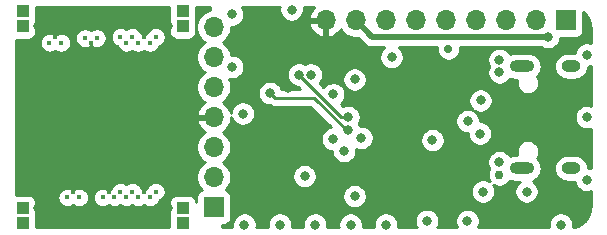
<source format=gbr>
%TF.GenerationSoftware,KiCad,Pcbnew,5.1.10-88a1d61d58~90~ubuntu20.04.1*%
%TF.CreationDate,2021-07-31T15:59:24+02:00*%
%TF.ProjectId,wally,77616c6c-792e-46b6-9963-61645f706362,v1.04*%
%TF.SameCoordinates,Original*%
%TF.FileFunction,Copper,L3,Inr*%
%TF.FilePolarity,Positive*%
%FSLAX46Y46*%
G04 Gerber Fmt 4.6, Leading zero omitted, Abs format (unit mm)*
G04 Created by KiCad (PCBNEW 5.1.10-88a1d61d58~90~ubuntu20.04.1) date 2021-07-31 15:59:24*
%MOMM*%
%LPD*%
G01*
G04 APERTURE LIST*
%TA.AperFunction,ComponentPad*%
%ADD10O,1.700000X1.700000*%
%TD*%
%TA.AperFunction,ComponentPad*%
%ADD11R,1.700000X1.700000*%
%TD*%
%TA.AperFunction,ComponentPad*%
%ADD12O,1.600000X1.000000*%
%TD*%
%TA.AperFunction,ComponentPad*%
%ADD13O,2.100000X1.000000*%
%TD*%
%TA.AperFunction,ComponentPad*%
%ADD14R,1.000000X1.000000*%
%TD*%
%TA.AperFunction,ViaPad*%
%ADD15C,0.800000*%
%TD*%
%TA.AperFunction,ViaPad*%
%ADD16C,0.400000*%
%TD*%
%TA.AperFunction,ViaPad*%
%ADD17C,0.750000*%
%TD*%
%TA.AperFunction,ViaPad*%
%ADD18C,0.700000*%
%TD*%
%TA.AperFunction,Conductor*%
%ADD19C,0.500000*%
%TD*%
%TA.AperFunction,Conductor*%
%ADD20C,0.250000*%
%TD*%
%TA.AperFunction,Conductor*%
%ADD21C,0.254000*%
%TD*%
%TA.AperFunction,Conductor*%
%ADD22C,0.100000*%
%TD*%
G04 APERTURE END LIST*
D10*
%TO.N,+3V3*%
%TO.C,J4*%
X151880000Y-91800000D03*
%TO.N,+5V*%
X154420000Y-91800000D03*
%TO.N,boot0*%
X156960000Y-91800000D03*
%TO.N,uart_tx*%
X159500000Y-91800000D03*
%TO.N,uart_rx*%
X162040000Y-91800000D03*
%TO.N,GND*%
X164580000Y-91800000D03*
%TO.N,swclk*%
X167120000Y-91800000D03*
%TO.N,swdio*%
X169660000Y-91800000D03*
D11*
%TO.N,GND*%
X172200000Y-91800000D03*
%TD*%
D12*
%TO.N,Net-(J1-PadSH)*%
%TO.C,J1*%
X172650000Y-95680000D03*
X172650000Y-104320000D03*
D13*
X168470000Y-104320000D03*
X168470000Y-95680000D03*
%TD*%
D14*
%TO.N,hdmi_sh*%
%TO.C,J2*%
X126225000Y-107700000D03*
X126225000Y-109000000D03*
X139775000Y-109000000D03*
X139775000Y-107700000D03*
%TD*%
%TO.N,hdmi_sh*%
%TO.C,J3*%
X126225000Y-92300000D03*
X126225000Y-91000000D03*
X139775000Y-91000000D03*
X139775000Y-92300000D03*
%TD*%
D11*
%TO.N,hdmi_cec*%
%TO.C,J5*%
X142400000Y-107620000D03*
D10*
%TO.N,hdmi_utility*%
X142400000Y-105080000D03*
%TO.N,hdmi_scl*%
X142400000Y-102540000D03*
%TO.N,GND*%
X142400000Y-100000000D03*
%TO.N,hdmi_sda*%
X142400000Y-97460000D03*
%TO.N,hdmi_5v*%
X142400000Y-94920000D03*
%TO.N,hdmi_hpd*%
X142400000Y-92380000D03*
%TD*%
D15*
%TO.N,GND*%
X127500000Y-92300000D03*
X138500000Y-92300000D03*
X127500000Y-107700000D03*
X138500000Y-107700000D03*
X149000000Y-90900000D03*
D16*
X129000000Y-106800000D03*
X136500000Y-106300000D03*
X133500000Y-106300000D03*
X132000000Y-106800000D03*
D15*
X168900000Y-106300000D03*
X174000000Y-105300000D03*
X174000000Y-100000000D03*
D16*
X132000000Y-93700000D03*
X129000000Y-93200000D03*
X130500000Y-93200000D03*
D17*
X166600000Y-104865000D03*
D16*
X133500000Y-93200000D03*
X136500000Y-93200000D03*
D15*
X174000000Y-94700000D03*
X126000000Y-100000000D03*
X126000000Y-97000000D03*
X126000000Y-103000000D03*
X145000000Y-109100000D03*
X148000000Y-109100000D03*
X151000000Y-109100000D03*
X154000000Y-109100000D03*
X156970000Y-109100000D03*
X163880000Y-108787500D03*
X144875000Y-99700000D03*
X143960000Y-91305000D03*
X143960000Y-95745000D03*
D16*
X130500000Y-106300000D03*
D15*
X154340000Y-106690000D03*
X157460000Y-94920000D03*
X165200000Y-106300000D03*
X154340000Y-96800000D03*
D18*
X162280000Y-94225000D03*
D15*
X160450000Y-108787500D03*
X138460000Y-104220000D03*
X171800000Y-109100000D03*
X164948427Y-101388706D03*
X163897152Y-100328365D03*
X165003335Y-98578015D03*
X166600000Y-95145000D03*
X166600000Y-96200000D03*
X166600000Y-103800000D03*
X150100000Y-105000000D03*
X160920000Y-101950000D03*
X140800000Y-103820000D03*
X140800000Y-101240000D03*
X140800000Y-98710000D03*
X140800000Y-96200000D03*
X154900000Y-101749979D03*
X140800000Y-94000000D03*
X140800000Y-106300000D03*
%TO.N,+3V3*%
X161350000Y-96700000D03*
X161350000Y-99675000D03*
X158230000Y-96700000D03*
X158230000Y-99675000D03*
X168900000Y-108200000D03*
X158430000Y-108630000D03*
X150000000Y-100950000D03*
X165200000Y-108200000D03*
X155700000Y-104260000D03*
X148710000Y-97520000D03*
%TO.N,+5V*%
X170710000Y-93200000D03*
D16*
%TO.N,hdmi_hpd*%
X137500000Y-106300000D03*
X137500000Y-93200000D03*
%TO.N,hdmi_5v*%
X137000000Y-106800000D03*
X137000000Y-93700000D03*
%TO.N,hdmi_sda*%
X136000000Y-106800000D03*
X136000000Y-93700000D03*
%TO.N,hdmi_scl*%
X135500000Y-106300000D03*
X135500000Y-93200000D03*
%TO.N,hdmi_utility*%
X135000000Y-106800000D03*
X135000000Y-93700000D03*
%TO.N,hdmi_cec*%
X134500000Y-106300000D03*
X134500000Y-93200000D03*
%TO.N,Net-(J2-Pad12)*%
X134000000Y-106800000D03*
%TO.N,Net-(J2-Pad10)*%
X133000000Y-106800000D03*
%TO.N,Net-(J2-Pad9)*%
X132500000Y-93300000D03*
%TO.N,Net-(J2-Pad7)*%
X131500000Y-93300000D03*
%TO.N,Net-(J2-Pad6)*%
X131000000Y-106800000D03*
%TO.N,Net-(J2-Pad4)*%
X130000000Y-106800000D03*
%TO.N,Net-(J2-Pad3)*%
X129500000Y-93700000D03*
%TO.N,Net-(J2-Pad1)*%
X128500000Y-93700000D03*
D15*
%TO.N,hdmi_5v_in*%
X153800000Y-101100000D03*
X147170000Y-97960000D03*
%TO.N,hdmi_hpd_in*%
X153800000Y-100000000D03*
X149620144Y-96400000D03*
%TO.N,hdmi_5v_en*%
X152512500Y-98060000D03*
X152512500Y-101850000D03*
%TO.N,hdmi_hpd_en*%
X150630002Y-96400000D03*
X153450476Y-102853213D03*
%TD*%
D19*
%TO.N,+5V*%
X155820000Y-93200000D02*
X170710000Y-93200000D01*
X154420000Y-91800000D02*
X155820000Y-93200000D01*
D20*
%TO.N,hdmi_5v_in*%
X153660000Y-101100000D02*
X153800000Y-101100000D01*
X150910000Y-98350000D02*
X153660000Y-101100000D01*
X147170000Y-97960000D02*
X147560000Y-98350000D01*
X147560000Y-98350000D02*
X150910000Y-98350000D01*
%TO.N,hdmi_hpd_in*%
X149620144Y-96423734D02*
X149620144Y-96400000D01*
X153800000Y-100000000D02*
X153196410Y-100000000D01*
X153196410Y-100000000D02*
X149620144Y-96423734D01*
%TD*%
D21*
%TO.N,+3V3*%
X147965000Y-90798061D02*
X147965000Y-91001939D01*
X148004774Y-91201898D01*
X148082795Y-91390256D01*
X148196063Y-91559774D01*
X148340226Y-91703937D01*
X148509744Y-91817205D01*
X148698102Y-91895226D01*
X148898061Y-91935000D01*
X149101939Y-91935000D01*
X149301898Y-91895226D01*
X149490256Y-91817205D01*
X149659774Y-91703937D01*
X149803937Y-91559774D01*
X149917205Y-91390256D01*
X149995226Y-91201898D01*
X150035000Y-91001939D01*
X150035000Y-90798061D01*
X150007538Y-90660000D01*
X150936592Y-90660000D01*
X150879731Y-90702412D01*
X150684822Y-90918645D01*
X150535843Y-91168748D01*
X150438519Y-91443109D01*
X150559186Y-91673000D01*
X151753000Y-91673000D01*
X151753000Y-91653000D01*
X152007000Y-91653000D01*
X152007000Y-91673000D01*
X152027000Y-91673000D01*
X152027000Y-91927000D01*
X152007000Y-91927000D01*
X152007000Y-93120155D01*
X152236890Y-93241476D01*
X152384099Y-93196825D01*
X152646920Y-93071641D01*
X152880269Y-92897588D01*
X153075178Y-92681355D01*
X153144805Y-92564466D01*
X153266525Y-92746632D01*
X153473368Y-92953475D01*
X153716589Y-93115990D01*
X153986842Y-93227932D01*
X154273740Y-93285000D01*
X154566260Y-93285000D01*
X154638960Y-93270539D01*
X155163470Y-93795049D01*
X155191183Y-93828817D01*
X155224951Y-93856530D01*
X155224953Y-93856532D01*
X155273122Y-93896063D01*
X155325941Y-93939411D01*
X155479687Y-94021589D01*
X155595903Y-94056843D01*
X155646509Y-94072195D01*
X155661306Y-94073652D01*
X155776523Y-94085000D01*
X155776531Y-94085000D01*
X155820000Y-94089281D01*
X155863469Y-94085000D01*
X156846715Y-94085000D01*
X156800226Y-94116063D01*
X156656063Y-94260226D01*
X156542795Y-94429744D01*
X156464774Y-94618102D01*
X156425000Y-94818061D01*
X156425000Y-95021939D01*
X156464774Y-95221898D01*
X156542795Y-95410256D01*
X156656063Y-95579774D01*
X156800226Y-95723937D01*
X156969744Y-95837205D01*
X157158102Y-95915226D01*
X157358061Y-95955000D01*
X157561939Y-95955000D01*
X157761898Y-95915226D01*
X157950256Y-95837205D01*
X158119774Y-95723937D01*
X158263937Y-95579774D01*
X158377205Y-95410256D01*
X158455226Y-95221898D01*
X158495000Y-95021939D01*
X158495000Y-94818061D01*
X158455226Y-94618102D01*
X158377205Y-94429744D01*
X158263937Y-94260226D01*
X158119774Y-94116063D01*
X158073285Y-94085000D01*
X161303550Y-94085000D01*
X161295000Y-94127986D01*
X161295000Y-94322014D01*
X161332853Y-94512314D01*
X161407104Y-94691572D01*
X161514901Y-94852901D01*
X161652099Y-94990099D01*
X161813428Y-95097896D01*
X161992686Y-95172147D01*
X162182986Y-95210000D01*
X162377014Y-95210000D01*
X162567314Y-95172147D01*
X162746572Y-95097896D01*
X162828638Y-95043061D01*
X165565000Y-95043061D01*
X165565000Y-95246939D01*
X165604774Y-95446898D01*
X165682795Y-95635256D01*
X165707681Y-95672500D01*
X165682795Y-95709744D01*
X165604774Y-95898102D01*
X165565000Y-96098061D01*
X165565000Y-96301939D01*
X165604774Y-96501898D01*
X165682795Y-96690256D01*
X165796063Y-96859774D01*
X165940226Y-97003937D01*
X166109744Y-97117205D01*
X166298102Y-97195226D01*
X166498061Y-97235000D01*
X166701939Y-97235000D01*
X166901898Y-97195226D01*
X167090256Y-97117205D01*
X167259774Y-97003937D01*
X167403937Y-96859774D01*
X167487411Y-96734846D01*
X167697501Y-96798577D01*
X167864248Y-96815000D01*
X168083096Y-96815000D01*
X168076892Y-96829978D01*
X168040000Y-97015448D01*
X168040000Y-97204552D01*
X168076892Y-97390022D01*
X168149259Y-97564731D01*
X168254319Y-97721964D01*
X168388036Y-97855681D01*
X168545269Y-97960741D01*
X168719978Y-98033108D01*
X168905448Y-98070000D01*
X169094552Y-98070000D01*
X169280022Y-98033108D01*
X169454731Y-97960741D01*
X169611964Y-97855681D01*
X169745681Y-97721964D01*
X169850741Y-97564731D01*
X169923108Y-97390022D01*
X169960000Y-97204552D01*
X169960000Y-97015448D01*
X169923108Y-96829978D01*
X169850741Y-96655269D01*
X169769285Y-96533362D01*
X169826449Y-96486449D01*
X169968284Y-96313623D01*
X170073676Y-96116447D01*
X170138577Y-95902499D01*
X170160491Y-95680000D01*
X170138577Y-95457501D01*
X170073676Y-95243553D01*
X169968284Y-95046377D01*
X169826449Y-94873551D01*
X169653623Y-94731716D01*
X169456447Y-94626324D01*
X169242499Y-94561423D01*
X169075752Y-94545000D01*
X167864248Y-94545000D01*
X167697501Y-94561423D01*
X167495744Y-94622626D01*
X167403937Y-94485226D01*
X167259774Y-94341063D01*
X167090256Y-94227795D01*
X166901898Y-94149774D01*
X166701939Y-94110000D01*
X166498061Y-94110000D01*
X166298102Y-94149774D01*
X166109744Y-94227795D01*
X165940226Y-94341063D01*
X165796063Y-94485226D01*
X165682795Y-94654744D01*
X165604774Y-94843102D01*
X165565000Y-95043061D01*
X162828638Y-95043061D01*
X162907901Y-94990099D01*
X163045099Y-94852901D01*
X163152896Y-94691572D01*
X163227147Y-94512314D01*
X163265000Y-94322014D01*
X163265000Y-94127986D01*
X163256450Y-94085000D01*
X170171546Y-94085000D01*
X170219744Y-94117205D01*
X170408102Y-94195226D01*
X170608061Y-94235000D01*
X170811939Y-94235000D01*
X171011898Y-94195226D01*
X171200256Y-94117205D01*
X171369774Y-94003937D01*
X171513937Y-93859774D01*
X171627205Y-93690256D01*
X171705226Y-93501898D01*
X171745000Y-93301939D01*
X171745000Y-93288072D01*
X173050000Y-93288072D01*
X173174482Y-93275812D01*
X173294180Y-93239502D01*
X173404494Y-93180537D01*
X173501185Y-93101185D01*
X173580537Y-93004494D01*
X173639502Y-92894180D01*
X173675812Y-92774482D01*
X173688072Y-92650000D01*
X173688072Y-91110001D01*
X173794299Y-91196637D01*
X174022806Y-91472856D01*
X174193310Y-91788197D01*
X174299319Y-92130656D01*
X174340000Y-92517712D01*
X174340000Y-93720557D01*
X174301898Y-93704774D01*
X174101939Y-93665000D01*
X173898061Y-93665000D01*
X173698102Y-93704774D01*
X173509744Y-93782795D01*
X173340226Y-93896063D01*
X173196063Y-94040226D01*
X173082795Y-94209744D01*
X173004774Y-94398102D01*
X172975554Y-94545000D01*
X172294248Y-94545000D01*
X172127501Y-94561423D01*
X171913553Y-94626324D01*
X171716377Y-94731716D01*
X171543551Y-94873551D01*
X171401716Y-95046377D01*
X171296324Y-95243553D01*
X171231423Y-95457501D01*
X171209509Y-95680000D01*
X171231423Y-95902499D01*
X171296324Y-96116447D01*
X171401716Y-96313623D01*
X171543551Y-96486449D01*
X171716377Y-96628284D01*
X171913553Y-96733676D01*
X172127501Y-96798577D01*
X172294248Y-96815000D01*
X173005752Y-96815000D01*
X173172499Y-96798577D01*
X173386447Y-96733676D01*
X173583623Y-96628284D01*
X173756449Y-96486449D01*
X173898284Y-96313623D01*
X174003676Y-96116447D01*
X174068577Y-95902499D01*
X174085074Y-95735000D01*
X174101939Y-95735000D01*
X174301898Y-95695226D01*
X174340000Y-95679443D01*
X174340000Y-99020557D01*
X174301898Y-99004774D01*
X174101939Y-98965000D01*
X173898061Y-98965000D01*
X173698102Y-99004774D01*
X173509744Y-99082795D01*
X173340226Y-99196063D01*
X173196063Y-99340226D01*
X173082795Y-99509744D01*
X173004774Y-99698102D01*
X172965000Y-99898061D01*
X172965000Y-100101939D01*
X173004774Y-100301898D01*
X173082795Y-100490256D01*
X173196063Y-100659774D01*
X173340226Y-100803937D01*
X173509744Y-100917205D01*
X173698102Y-100995226D01*
X173898061Y-101035000D01*
X174101939Y-101035000D01*
X174301898Y-100995226D01*
X174340001Y-100979443D01*
X174340001Y-104320557D01*
X174301898Y-104304774D01*
X174101939Y-104265000D01*
X174085074Y-104265000D01*
X174068577Y-104097501D01*
X174003676Y-103883553D01*
X173898284Y-103686377D01*
X173756449Y-103513551D01*
X173583623Y-103371716D01*
X173386447Y-103266324D01*
X173172499Y-103201423D01*
X173005752Y-103185000D01*
X172294248Y-103185000D01*
X172127501Y-103201423D01*
X171913553Y-103266324D01*
X171716377Y-103371716D01*
X171543551Y-103513551D01*
X171401716Y-103686377D01*
X171296324Y-103883553D01*
X171231423Y-104097501D01*
X171209509Y-104320000D01*
X171231423Y-104542499D01*
X171296324Y-104756447D01*
X171401716Y-104953623D01*
X171543551Y-105126449D01*
X171716377Y-105268284D01*
X171913553Y-105373676D01*
X172127501Y-105438577D01*
X172294248Y-105455000D01*
X172975554Y-105455000D01*
X173004774Y-105601898D01*
X173082795Y-105790256D01*
X173196063Y-105959774D01*
X173340226Y-106103937D01*
X173509744Y-106217205D01*
X173698102Y-106295226D01*
X173898061Y-106335000D01*
X174101939Y-106335000D01*
X174301898Y-106295226D01*
X174340001Y-106279443D01*
X174340001Y-107467711D01*
X174301853Y-107856776D01*
X174198238Y-108199964D01*
X174029939Y-108516489D01*
X173803365Y-108794296D01*
X173527146Y-109022805D01*
X173211803Y-109193310D01*
X172869344Y-109299319D01*
X172814483Y-109305085D01*
X172835000Y-109201939D01*
X172835000Y-108998061D01*
X172795226Y-108798102D01*
X172717205Y-108609744D01*
X172603937Y-108440226D01*
X172459774Y-108296063D01*
X172290256Y-108182795D01*
X172101898Y-108104774D01*
X171901939Y-108065000D01*
X171698061Y-108065000D01*
X171498102Y-108104774D01*
X171309744Y-108182795D01*
X171140226Y-108296063D01*
X170996063Y-108440226D01*
X170882795Y-108609744D01*
X170804774Y-108798102D01*
X170765000Y-108998061D01*
X170765000Y-109201939D01*
X170792462Y-109340000D01*
X164755615Y-109340000D01*
X164797205Y-109277756D01*
X164875226Y-109089398D01*
X164915000Y-108889439D01*
X164915000Y-108685561D01*
X164875226Y-108485602D01*
X164797205Y-108297244D01*
X164683937Y-108127726D01*
X164539774Y-107983563D01*
X164370256Y-107870295D01*
X164181898Y-107792274D01*
X163981939Y-107752500D01*
X163778061Y-107752500D01*
X163578102Y-107792274D01*
X163389744Y-107870295D01*
X163220226Y-107983563D01*
X163076063Y-108127726D01*
X162962795Y-108297244D01*
X162884774Y-108485602D01*
X162845000Y-108685561D01*
X162845000Y-108889439D01*
X162884774Y-109089398D01*
X162962795Y-109277756D01*
X163004385Y-109340000D01*
X161325615Y-109340000D01*
X161367205Y-109277756D01*
X161445226Y-109089398D01*
X161485000Y-108889439D01*
X161485000Y-108685561D01*
X161445226Y-108485602D01*
X161367205Y-108297244D01*
X161253937Y-108127726D01*
X161109774Y-107983563D01*
X160940256Y-107870295D01*
X160751898Y-107792274D01*
X160551939Y-107752500D01*
X160348061Y-107752500D01*
X160148102Y-107792274D01*
X159959744Y-107870295D01*
X159790226Y-107983563D01*
X159646063Y-108127726D01*
X159532795Y-108297244D01*
X159454774Y-108485602D01*
X159415000Y-108685561D01*
X159415000Y-108889439D01*
X159454774Y-109089398D01*
X159532795Y-109277756D01*
X159574385Y-109340000D01*
X157977538Y-109340000D01*
X158005000Y-109201939D01*
X158005000Y-108998061D01*
X157965226Y-108798102D01*
X157887205Y-108609744D01*
X157773937Y-108440226D01*
X157629774Y-108296063D01*
X157460256Y-108182795D01*
X157271898Y-108104774D01*
X157071939Y-108065000D01*
X156868061Y-108065000D01*
X156668102Y-108104774D01*
X156479744Y-108182795D01*
X156310226Y-108296063D01*
X156166063Y-108440226D01*
X156052795Y-108609744D01*
X155974774Y-108798102D01*
X155935000Y-108998061D01*
X155935000Y-109201939D01*
X155962462Y-109340000D01*
X155007538Y-109340000D01*
X155035000Y-109201939D01*
X155035000Y-108998061D01*
X154995226Y-108798102D01*
X154917205Y-108609744D01*
X154803937Y-108440226D01*
X154659774Y-108296063D01*
X154490256Y-108182795D01*
X154301898Y-108104774D01*
X154101939Y-108065000D01*
X153898061Y-108065000D01*
X153698102Y-108104774D01*
X153509744Y-108182795D01*
X153340226Y-108296063D01*
X153196063Y-108440226D01*
X153082795Y-108609744D01*
X153004774Y-108798102D01*
X152965000Y-108998061D01*
X152965000Y-109201939D01*
X152992462Y-109340000D01*
X152007538Y-109340000D01*
X152035000Y-109201939D01*
X152035000Y-108998061D01*
X151995226Y-108798102D01*
X151917205Y-108609744D01*
X151803937Y-108440226D01*
X151659774Y-108296063D01*
X151490256Y-108182795D01*
X151301898Y-108104774D01*
X151101939Y-108065000D01*
X150898061Y-108065000D01*
X150698102Y-108104774D01*
X150509744Y-108182795D01*
X150340226Y-108296063D01*
X150196063Y-108440226D01*
X150082795Y-108609744D01*
X150004774Y-108798102D01*
X149965000Y-108998061D01*
X149965000Y-109201939D01*
X149992462Y-109340000D01*
X149007538Y-109340000D01*
X149035000Y-109201939D01*
X149035000Y-108998061D01*
X148995226Y-108798102D01*
X148917205Y-108609744D01*
X148803937Y-108440226D01*
X148659774Y-108296063D01*
X148490256Y-108182795D01*
X148301898Y-108104774D01*
X148101939Y-108065000D01*
X147898061Y-108065000D01*
X147698102Y-108104774D01*
X147509744Y-108182795D01*
X147340226Y-108296063D01*
X147196063Y-108440226D01*
X147082795Y-108609744D01*
X147004774Y-108798102D01*
X146965000Y-108998061D01*
X146965000Y-109201939D01*
X146992462Y-109340000D01*
X146007538Y-109340000D01*
X146035000Y-109201939D01*
X146035000Y-108998061D01*
X145995226Y-108798102D01*
X145917205Y-108609744D01*
X145803937Y-108440226D01*
X145659774Y-108296063D01*
X145490256Y-108182795D01*
X145301898Y-108104774D01*
X145101939Y-108065000D01*
X144898061Y-108065000D01*
X144698102Y-108104774D01*
X144509744Y-108182795D01*
X144340226Y-108296063D01*
X144196063Y-108440226D01*
X144082795Y-108609744D01*
X144004774Y-108798102D01*
X143965000Y-108998061D01*
X143965000Y-109201939D01*
X143992462Y-109340000D01*
X143127000Y-109340000D01*
X143127000Y-109108072D01*
X143250000Y-109108072D01*
X143374482Y-109095812D01*
X143494180Y-109059502D01*
X143604494Y-109000537D01*
X143701185Y-108921185D01*
X143780537Y-108824494D01*
X143839502Y-108714180D01*
X143875812Y-108594482D01*
X143888072Y-108470000D01*
X143888072Y-106770000D01*
X143875812Y-106645518D01*
X143858383Y-106588061D01*
X153305000Y-106588061D01*
X153305000Y-106791939D01*
X153344774Y-106991898D01*
X153422795Y-107180256D01*
X153536063Y-107349774D01*
X153680226Y-107493937D01*
X153849744Y-107607205D01*
X154038102Y-107685226D01*
X154238061Y-107725000D01*
X154441939Y-107725000D01*
X154641898Y-107685226D01*
X154830256Y-107607205D01*
X154999774Y-107493937D01*
X155143937Y-107349774D01*
X155257205Y-107180256D01*
X155335226Y-106991898D01*
X155375000Y-106791939D01*
X155375000Y-106588061D01*
X155335226Y-106388102D01*
X155257205Y-106199744D01*
X155256081Y-106198061D01*
X164165000Y-106198061D01*
X164165000Y-106401939D01*
X164204774Y-106601898D01*
X164282795Y-106790256D01*
X164396063Y-106959774D01*
X164540226Y-107103937D01*
X164709744Y-107217205D01*
X164898102Y-107295226D01*
X165098061Y-107335000D01*
X165301939Y-107335000D01*
X165501898Y-107295226D01*
X165690256Y-107217205D01*
X165859774Y-107103937D01*
X166003937Y-106959774D01*
X166117205Y-106790256D01*
X166195226Y-106601898D01*
X166235000Y-106401939D01*
X166235000Y-106198061D01*
X166195226Y-105998102D01*
X166117205Y-105809744D01*
X166053686Y-105714681D01*
X166121586Y-105760050D01*
X166305394Y-105836186D01*
X166500524Y-105875000D01*
X166699476Y-105875000D01*
X166894606Y-105836186D01*
X167078414Y-105760050D01*
X167243837Y-105649518D01*
X167384518Y-105508837D01*
X167477125Y-105370240D01*
X167483553Y-105373676D01*
X167697501Y-105438577D01*
X167864248Y-105455000D01*
X168301681Y-105455000D01*
X168240226Y-105496063D01*
X168096063Y-105640226D01*
X167982795Y-105809744D01*
X167904774Y-105998102D01*
X167865000Y-106198061D01*
X167865000Y-106401939D01*
X167904774Y-106601898D01*
X167982795Y-106790256D01*
X168096063Y-106959774D01*
X168240226Y-107103937D01*
X168409744Y-107217205D01*
X168598102Y-107295226D01*
X168798061Y-107335000D01*
X169001939Y-107335000D01*
X169201898Y-107295226D01*
X169390256Y-107217205D01*
X169559774Y-107103937D01*
X169703937Y-106959774D01*
X169817205Y-106790256D01*
X169895226Y-106601898D01*
X169935000Y-106401939D01*
X169935000Y-106198061D01*
X169895226Y-105998102D01*
X169817205Y-105809744D01*
X169703937Y-105640226D01*
X169559774Y-105496063D01*
X169401537Y-105390333D01*
X169456447Y-105373676D01*
X169653623Y-105268284D01*
X169826449Y-105126449D01*
X169968284Y-104953623D01*
X170073676Y-104756447D01*
X170138577Y-104542499D01*
X170160491Y-104320000D01*
X170138577Y-104097501D01*
X170073676Y-103883553D01*
X169968284Y-103686377D01*
X169826449Y-103513551D01*
X169769285Y-103466638D01*
X169850741Y-103344731D01*
X169923108Y-103170022D01*
X169960000Y-102984552D01*
X169960000Y-102795448D01*
X169923108Y-102609978D01*
X169850741Y-102435269D01*
X169745681Y-102278036D01*
X169611964Y-102144319D01*
X169454731Y-102039259D01*
X169280022Y-101966892D01*
X169094552Y-101930000D01*
X168905448Y-101930000D01*
X168719978Y-101966892D01*
X168545269Y-102039259D01*
X168388036Y-102144319D01*
X168254319Y-102278036D01*
X168149259Y-102435269D01*
X168076892Y-102609978D01*
X168040000Y-102795448D01*
X168040000Y-102984552D01*
X168076892Y-103170022D01*
X168083096Y-103185000D01*
X167864248Y-103185000D01*
X167697501Y-103201423D01*
X167487411Y-103265154D01*
X167403937Y-103140226D01*
X167259774Y-102996063D01*
X167090256Y-102882795D01*
X166901898Y-102804774D01*
X166701939Y-102765000D01*
X166498061Y-102765000D01*
X166298102Y-102804774D01*
X166109744Y-102882795D01*
X165940226Y-102996063D01*
X165796063Y-103140226D01*
X165682795Y-103309744D01*
X165604774Y-103498102D01*
X165565000Y-103698061D01*
X165565000Y-103901939D01*
X165604774Y-104101898D01*
X165682795Y-104290256D01*
X165726055Y-104355000D01*
X165704950Y-104386586D01*
X165628814Y-104570394D01*
X165590000Y-104765524D01*
X165590000Y-104964476D01*
X165628814Y-105159606D01*
X165704950Y-105343414D01*
X165764338Y-105432295D01*
X165690256Y-105382795D01*
X165501898Y-105304774D01*
X165301939Y-105265000D01*
X165098061Y-105265000D01*
X164898102Y-105304774D01*
X164709744Y-105382795D01*
X164540226Y-105496063D01*
X164396063Y-105640226D01*
X164282795Y-105809744D01*
X164204774Y-105998102D01*
X164165000Y-106198061D01*
X155256081Y-106198061D01*
X155143937Y-106030226D01*
X154999774Y-105886063D01*
X154830256Y-105772795D01*
X154641898Y-105694774D01*
X154441939Y-105655000D01*
X154238061Y-105655000D01*
X154038102Y-105694774D01*
X153849744Y-105772795D01*
X153680226Y-105886063D01*
X153536063Y-106030226D01*
X153422795Y-106199744D01*
X153344774Y-106388102D01*
X153305000Y-106588061D01*
X143858383Y-106588061D01*
X143839502Y-106525820D01*
X143780537Y-106415506D01*
X143701185Y-106318815D01*
X143604494Y-106239463D01*
X143494180Y-106180498D01*
X143421620Y-106158487D01*
X143553475Y-106026632D01*
X143715990Y-105783411D01*
X143827932Y-105513158D01*
X143885000Y-105226260D01*
X143885000Y-104933740D01*
X143877903Y-104898061D01*
X149065000Y-104898061D01*
X149065000Y-105101939D01*
X149104774Y-105301898D01*
X149182795Y-105490256D01*
X149296063Y-105659774D01*
X149440226Y-105803937D01*
X149609744Y-105917205D01*
X149798102Y-105995226D01*
X149998061Y-106035000D01*
X150201939Y-106035000D01*
X150401898Y-105995226D01*
X150590256Y-105917205D01*
X150759774Y-105803937D01*
X150903937Y-105659774D01*
X151017205Y-105490256D01*
X151095226Y-105301898D01*
X151135000Y-105101939D01*
X151135000Y-104898061D01*
X151095226Y-104698102D01*
X151017205Y-104509744D01*
X150903937Y-104340226D01*
X150759774Y-104196063D01*
X150590256Y-104082795D01*
X150401898Y-104004774D01*
X150201939Y-103965000D01*
X149998061Y-103965000D01*
X149798102Y-104004774D01*
X149609744Y-104082795D01*
X149440226Y-104196063D01*
X149296063Y-104340226D01*
X149182795Y-104509744D01*
X149104774Y-104698102D01*
X149065000Y-104898061D01*
X143877903Y-104898061D01*
X143827932Y-104646842D01*
X143715990Y-104376589D01*
X143553475Y-104133368D01*
X143346632Y-103926525D01*
X143172240Y-103810000D01*
X143346632Y-103693475D01*
X143553475Y-103486632D01*
X143715990Y-103243411D01*
X143827932Y-102973158D01*
X143885000Y-102686260D01*
X143885000Y-102393740D01*
X143827932Y-102106842D01*
X143715990Y-101836589D01*
X143553475Y-101593368D01*
X143346632Y-101386525D01*
X143172240Y-101270000D01*
X143346632Y-101153475D01*
X143553475Y-100946632D01*
X143715990Y-100703411D01*
X143827932Y-100433158D01*
X143885000Y-100146260D01*
X143885000Y-100014515D01*
X143957795Y-100190256D01*
X144071063Y-100359774D01*
X144215226Y-100503937D01*
X144384744Y-100617205D01*
X144573102Y-100695226D01*
X144773061Y-100735000D01*
X144976939Y-100735000D01*
X145176898Y-100695226D01*
X145365256Y-100617205D01*
X145534774Y-100503937D01*
X145678937Y-100359774D01*
X145792205Y-100190256D01*
X145870226Y-100001898D01*
X145910000Y-99801939D01*
X145910000Y-99598061D01*
X145870226Y-99398102D01*
X145792205Y-99209744D01*
X145678937Y-99040226D01*
X145534774Y-98896063D01*
X145365256Y-98782795D01*
X145176898Y-98704774D01*
X144976939Y-98665000D01*
X144773061Y-98665000D01*
X144573102Y-98704774D01*
X144384744Y-98782795D01*
X144215226Y-98896063D01*
X144071063Y-99040226D01*
X143957795Y-99209744D01*
X143879774Y-99398102D01*
X143840000Y-99598061D01*
X143840000Y-99627511D01*
X143827932Y-99566842D01*
X143715990Y-99296589D01*
X143553475Y-99053368D01*
X143346632Y-98846525D01*
X143172240Y-98730000D01*
X143346632Y-98613475D01*
X143553475Y-98406632D01*
X143715990Y-98163411D01*
X143827932Y-97893158D01*
X143834913Y-97858061D01*
X146135000Y-97858061D01*
X146135000Y-98061939D01*
X146174774Y-98261898D01*
X146252795Y-98450256D01*
X146366063Y-98619774D01*
X146510226Y-98763937D01*
X146679744Y-98877205D01*
X146868102Y-98955226D01*
X147068061Y-98995000D01*
X147154481Y-98995000D01*
X147267753Y-99055546D01*
X147411014Y-99099003D01*
X147522667Y-99110000D01*
X147522676Y-99110000D01*
X147559999Y-99113676D01*
X147597322Y-99110000D01*
X150595199Y-99110000D01*
X152318509Y-100833310D01*
X152210602Y-100854774D01*
X152022244Y-100932795D01*
X151852726Y-101046063D01*
X151708563Y-101190226D01*
X151595295Y-101359744D01*
X151517274Y-101548102D01*
X151477500Y-101748061D01*
X151477500Y-101951939D01*
X151517274Y-102151898D01*
X151595295Y-102340256D01*
X151708563Y-102509774D01*
X151852726Y-102653937D01*
X152022244Y-102767205D01*
X152210602Y-102845226D01*
X152410561Y-102885000D01*
X152415476Y-102885000D01*
X152415476Y-102955152D01*
X152455250Y-103155111D01*
X152533271Y-103343469D01*
X152646539Y-103512987D01*
X152790702Y-103657150D01*
X152960220Y-103770418D01*
X153148578Y-103848439D01*
X153348537Y-103888213D01*
X153552415Y-103888213D01*
X153752374Y-103848439D01*
X153940732Y-103770418D01*
X154110250Y-103657150D01*
X154254413Y-103512987D01*
X154367681Y-103343469D01*
X154445702Y-103155111D01*
X154485476Y-102955152D01*
X154485476Y-102751274D01*
X154474048Y-102693820D01*
X154598102Y-102745205D01*
X154798061Y-102784979D01*
X155001939Y-102784979D01*
X155201898Y-102745205D01*
X155390256Y-102667184D01*
X155559774Y-102553916D01*
X155703937Y-102409753D01*
X155817205Y-102240235D01*
X155895226Y-102051877D01*
X155935000Y-101851918D01*
X155935000Y-101848061D01*
X159885000Y-101848061D01*
X159885000Y-102051939D01*
X159924774Y-102251898D01*
X160002795Y-102440256D01*
X160116063Y-102609774D01*
X160260226Y-102753937D01*
X160429744Y-102867205D01*
X160618102Y-102945226D01*
X160818061Y-102985000D01*
X161021939Y-102985000D01*
X161221898Y-102945226D01*
X161410256Y-102867205D01*
X161579774Y-102753937D01*
X161723937Y-102609774D01*
X161837205Y-102440256D01*
X161915226Y-102251898D01*
X161955000Y-102051939D01*
X161955000Y-101848061D01*
X161915226Y-101648102D01*
X161837205Y-101459744D01*
X161723937Y-101290226D01*
X161579774Y-101146063D01*
X161410256Y-101032795D01*
X161221898Y-100954774D01*
X161021939Y-100915000D01*
X160818061Y-100915000D01*
X160618102Y-100954774D01*
X160429744Y-101032795D01*
X160260226Y-101146063D01*
X160116063Y-101290226D01*
X160002795Y-101459744D01*
X159924774Y-101648102D01*
X159885000Y-101848061D01*
X155935000Y-101848061D01*
X155935000Y-101648040D01*
X155895226Y-101448081D01*
X155817205Y-101259723D01*
X155703937Y-101090205D01*
X155559774Y-100946042D01*
X155390256Y-100832774D01*
X155201898Y-100754753D01*
X155001939Y-100714979D01*
X154798061Y-100714979D01*
X154763632Y-100721827D01*
X154717205Y-100609744D01*
X154677285Y-100550000D01*
X154717205Y-100490256D01*
X154795226Y-100301898D01*
X154810238Y-100226426D01*
X162862152Y-100226426D01*
X162862152Y-100430304D01*
X162901926Y-100630263D01*
X162979947Y-100818621D01*
X163093215Y-100988139D01*
X163237378Y-101132302D01*
X163406896Y-101245570D01*
X163595254Y-101323591D01*
X163795213Y-101363365D01*
X163913427Y-101363365D01*
X163913427Y-101490645D01*
X163953201Y-101690604D01*
X164031222Y-101878962D01*
X164144490Y-102048480D01*
X164288653Y-102192643D01*
X164458171Y-102305911D01*
X164646529Y-102383932D01*
X164846488Y-102423706D01*
X165050366Y-102423706D01*
X165250325Y-102383932D01*
X165438683Y-102305911D01*
X165608201Y-102192643D01*
X165752364Y-102048480D01*
X165865632Y-101878962D01*
X165943653Y-101690604D01*
X165983427Y-101490645D01*
X165983427Y-101286767D01*
X165943653Y-101086808D01*
X165865632Y-100898450D01*
X165752364Y-100728932D01*
X165608201Y-100584769D01*
X165438683Y-100471501D01*
X165250325Y-100393480D01*
X165050366Y-100353706D01*
X164932152Y-100353706D01*
X164932152Y-100226426D01*
X164892378Y-100026467D01*
X164814357Y-99838109D01*
X164701089Y-99668591D01*
X164556926Y-99524428D01*
X164513432Y-99495366D01*
X164701437Y-99573241D01*
X164901396Y-99613015D01*
X165105274Y-99613015D01*
X165305233Y-99573241D01*
X165493591Y-99495220D01*
X165663109Y-99381952D01*
X165807272Y-99237789D01*
X165920540Y-99068271D01*
X165998561Y-98879913D01*
X166038335Y-98679954D01*
X166038335Y-98476076D01*
X165998561Y-98276117D01*
X165920540Y-98087759D01*
X165807272Y-97918241D01*
X165663109Y-97774078D01*
X165493591Y-97660810D01*
X165305233Y-97582789D01*
X165105274Y-97543015D01*
X164901396Y-97543015D01*
X164701437Y-97582789D01*
X164513079Y-97660810D01*
X164343561Y-97774078D01*
X164199398Y-97918241D01*
X164086130Y-98087759D01*
X164008109Y-98276117D01*
X163968335Y-98476076D01*
X163968335Y-98679954D01*
X164008109Y-98879913D01*
X164086130Y-99068271D01*
X164199398Y-99237789D01*
X164343561Y-99381952D01*
X164387055Y-99411014D01*
X164199050Y-99333139D01*
X163999091Y-99293365D01*
X163795213Y-99293365D01*
X163595254Y-99333139D01*
X163406896Y-99411160D01*
X163237378Y-99524428D01*
X163093215Y-99668591D01*
X162979947Y-99838109D01*
X162901926Y-100026467D01*
X162862152Y-100226426D01*
X154810238Y-100226426D01*
X154835000Y-100101939D01*
X154835000Y-99898061D01*
X154795226Y-99698102D01*
X154717205Y-99509744D01*
X154603937Y-99340226D01*
X154459774Y-99196063D01*
X154290256Y-99082795D01*
X154101898Y-99004774D01*
X153901939Y-98965000D01*
X153698061Y-98965000D01*
X153498102Y-99004774D01*
X153341043Y-99069831D01*
X153150019Y-98878807D01*
X153172274Y-98863937D01*
X153316437Y-98719774D01*
X153429705Y-98550256D01*
X153507726Y-98361898D01*
X153547500Y-98161939D01*
X153547500Y-97958061D01*
X153507726Y-97758102D01*
X153429705Y-97569744D01*
X153316437Y-97400226D01*
X153172274Y-97256063D01*
X153002756Y-97142795D01*
X152814398Y-97064774D01*
X152614439Y-97025000D01*
X152410561Y-97025000D01*
X152210602Y-97064774D01*
X152022244Y-97142795D01*
X151852726Y-97256063D01*
X151708563Y-97400226D01*
X151693693Y-97422481D01*
X151382462Y-97111251D01*
X151433939Y-97059774D01*
X151547207Y-96890256D01*
X151625228Y-96701898D01*
X151625991Y-96698061D01*
X153305000Y-96698061D01*
X153305000Y-96901939D01*
X153344774Y-97101898D01*
X153422795Y-97290256D01*
X153536063Y-97459774D01*
X153680226Y-97603937D01*
X153849744Y-97717205D01*
X154038102Y-97795226D01*
X154238061Y-97835000D01*
X154441939Y-97835000D01*
X154641898Y-97795226D01*
X154830256Y-97717205D01*
X154999774Y-97603937D01*
X155143937Y-97459774D01*
X155257205Y-97290256D01*
X155335226Y-97101898D01*
X155375000Y-96901939D01*
X155375000Y-96698061D01*
X155335226Y-96498102D01*
X155257205Y-96309744D01*
X155143937Y-96140226D01*
X154999774Y-95996063D01*
X154830256Y-95882795D01*
X154641898Y-95804774D01*
X154441939Y-95765000D01*
X154238061Y-95765000D01*
X154038102Y-95804774D01*
X153849744Y-95882795D01*
X153680226Y-95996063D01*
X153536063Y-96140226D01*
X153422795Y-96309744D01*
X153344774Y-96498102D01*
X153305000Y-96698061D01*
X151625991Y-96698061D01*
X151665002Y-96501939D01*
X151665002Y-96298061D01*
X151625228Y-96098102D01*
X151547207Y-95909744D01*
X151433939Y-95740226D01*
X151289776Y-95596063D01*
X151120258Y-95482795D01*
X150931900Y-95404774D01*
X150731941Y-95365000D01*
X150528063Y-95365000D01*
X150328104Y-95404774D01*
X150139746Y-95482795D01*
X150125073Y-95492599D01*
X150110400Y-95482795D01*
X149922042Y-95404774D01*
X149722083Y-95365000D01*
X149518205Y-95365000D01*
X149318246Y-95404774D01*
X149129888Y-95482795D01*
X148960370Y-95596063D01*
X148816207Y-95740226D01*
X148702939Y-95909744D01*
X148624918Y-96098102D01*
X148585144Y-96298061D01*
X148585144Y-96501939D01*
X148624918Y-96701898D01*
X148702939Y-96890256D01*
X148816207Y-97059774D01*
X148960370Y-97203937D01*
X149129888Y-97317205D01*
X149318246Y-97395226D01*
X149518205Y-97435000D01*
X149556609Y-97435000D01*
X149711609Y-97590000D01*
X148137017Y-97590000D01*
X148087205Y-97469744D01*
X147973937Y-97300226D01*
X147829774Y-97156063D01*
X147660256Y-97042795D01*
X147471898Y-96964774D01*
X147271939Y-96925000D01*
X147068061Y-96925000D01*
X146868102Y-96964774D01*
X146679744Y-97042795D01*
X146510226Y-97156063D01*
X146366063Y-97300226D01*
X146252795Y-97469744D01*
X146174774Y-97658102D01*
X146135000Y-97858061D01*
X143834913Y-97858061D01*
X143885000Y-97606260D01*
X143885000Y-97313740D01*
X143827932Y-97026842D01*
X143715990Y-96756589D01*
X143712254Y-96750997D01*
X143858061Y-96780000D01*
X144061939Y-96780000D01*
X144261898Y-96740226D01*
X144450256Y-96662205D01*
X144619774Y-96548937D01*
X144763937Y-96404774D01*
X144877205Y-96235256D01*
X144955226Y-96046898D01*
X144995000Y-95846939D01*
X144995000Y-95643061D01*
X144955226Y-95443102D01*
X144877205Y-95254744D01*
X144763937Y-95085226D01*
X144619774Y-94941063D01*
X144450256Y-94827795D01*
X144261898Y-94749774D01*
X144061939Y-94710000D01*
X143872321Y-94710000D01*
X143827932Y-94486842D01*
X143715990Y-94216589D01*
X143553475Y-93973368D01*
X143346632Y-93766525D01*
X143172240Y-93650000D01*
X143346632Y-93533475D01*
X143553475Y-93326632D01*
X143715990Y-93083411D01*
X143827932Y-92813158D01*
X143885000Y-92526260D01*
X143885000Y-92340000D01*
X144061939Y-92340000D01*
X144261898Y-92300226D01*
X144450256Y-92222205D01*
X144548005Y-92156891D01*
X150438519Y-92156891D01*
X150535843Y-92431252D01*
X150684822Y-92681355D01*
X150879731Y-92897588D01*
X151113080Y-93071641D01*
X151375901Y-93196825D01*
X151523110Y-93241476D01*
X151753000Y-93120155D01*
X151753000Y-91927000D01*
X150559186Y-91927000D01*
X150438519Y-92156891D01*
X144548005Y-92156891D01*
X144619774Y-92108937D01*
X144763937Y-91964774D01*
X144877205Y-91795256D01*
X144955226Y-91606898D01*
X144995000Y-91406939D01*
X144995000Y-91203061D01*
X144955226Y-91003102D01*
X144877205Y-90814744D01*
X144773809Y-90660000D01*
X147992462Y-90660000D01*
X147965000Y-90798061D01*
%TA.AperFunction,Conductor*%
D22*
G36*
X147965000Y-90798061D02*
G01*
X147965000Y-91001939D01*
X148004774Y-91201898D01*
X148082795Y-91390256D01*
X148196063Y-91559774D01*
X148340226Y-91703937D01*
X148509744Y-91817205D01*
X148698102Y-91895226D01*
X148898061Y-91935000D01*
X149101939Y-91935000D01*
X149301898Y-91895226D01*
X149490256Y-91817205D01*
X149659774Y-91703937D01*
X149803937Y-91559774D01*
X149917205Y-91390256D01*
X149995226Y-91201898D01*
X150035000Y-91001939D01*
X150035000Y-90798061D01*
X150007538Y-90660000D01*
X150936592Y-90660000D01*
X150879731Y-90702412D01*
X150684822Y-90918645D01*
X150535843Y-91168748D01*
X150438519Y-91443109D01*
X150559186Y-91673000D01*
X151753000Y-91673000D01*
X151753000Y-91653000D01*
X152007000Y-91653000D01*
X152007000Y-91673000D01*
X152027000Y-91673000D01*
X152027000Y-91927000D01*
X152007000Y-91927000D01*
X152007000Y-93120155D01*
X152236890Y-93241476D01*
X152384099Y-93196825D01*
X152646920Y-93071641D01*
X152880269Y-92897588D01*
X153075178Y-92681355D01*
X153144805Y-92564466D01*
X153266525Y-92746632D01*
X153473368Y-92953475D01*
X153716589Y-93115990D01*
X153986842Y-93227932D01*
X154273740Y-93285000D01*
X154566260Y-93285000D01*
X154638960Y-93270539D01*
X155163470Y-93795049D01*
X155191183Y-93828817D01*
X155224951Y-93856530D01*
X155224953Y-93856532D01*
X155273122Y-93896063D01*
X155325941Y-93939411D01*
X155479687Y-94021589D01*
X155595903Y-94056843D01*
X155646509Y-94072195D01*
X155661306Y-94073652D01*
X155776523Y-94085000D01*
X155776531Y-94085000D01*
X155820000Y-94089281D01*
X155863469Y-94085000D01*
X156846715Y-94085000D01*
X156800226Y-94116063D01*
X156656063Y-94260226D01*
X156542795Y-94429744D01*
X156464774Y-94618102D01*
X156425000Y-94818061D01*
X156425000Y-95021939D01*
X156464774Y-95221898D01*
X156542795Y-95410256D01*
X156656063Y-95579774D01*
X156800226Y-95723937D01*
X156969744Y-95837205D01*
X157158102Y-95915226D01*
X157358061Y-95955000D01*
X157561939Y-95955000D01*
X157761898Y-95915226D01*
X157950256Y-95837205D01*
X158119774Y-95723937D01*
X158263937Y-95579774D01*
X158377205Y-95410256D01*
X158455226Y-95221898D01*
X158495000Y-95021939D01*
X158495000Y-94818061D01*
X158455226Y-94618102D01*
X158377205Y-94429744D01*
X158263937Y-94260226D01*
X158119774Y-94116063D01*
X158073285Y-94085000D01*
X161303550Y-94085000D01*
X161295000Y-94127986D01*
X161295000Y-94322014D01*
X161332853Y-94512314D01*
X161407104Y-94691572D01*
X161514901Y-94852901D01*
X161652099Y-94990099D01*
X161813428Y-95097896D01*
X161992686Y-95172147D01*
X162182986Y-95210000D01*
X162377014Y-95210000D01*
X162567314Y-95172147D01*
X162746572Y-95097896D01*
X162828638Y-95043061D01*
X165565000Y-95043061D01*
X165565000Y-95246939D01*
X165604774Y-95446898D01*
X165682795Y-95635256D01*
X165707681Y-95672500D01*
X165682795Y-95709744D01*
X165604774Y-95898102D01*
X165565000Y-96098061D01*
X165565000Y-96301939D01*
X165604774Y-96501898D01*
X165682795Y-96690256D01*
X165796063Y-96859774D01*
X165940226Y-97003937D01*
X166109744Y-97117205D01*
X166298102Y-97195226D01*
X166498061Y-97235000D01*
X166701939Y-97235000D01*
X166901898Y-97195226D01*
X167090256Y-97117205D01*
X167259774Y-97003937D01*
X167403937Y-96859774D01*
X167487411Y-96734846D01*
X167697501Y-96798577D01*
X167864248Y-96815000D01*
X168083096Y-96815000D01*
X168076892Y-96829978D01*
X168040000Y-97015448D01*
X168040000Y-97204552D01*
X168076892Y-97390022D01*
X168149259Y-97564731D01*
X168254319Y-97721964D01*
X168388036Y-97855681D01*
X168545269Y-97960741D01*
X168719978Y-98033108D01*
X168905448Y-98070000D01*
X169094552Y-98070000D01*
X169280022Y-98033108D01*
X169454731Y-97960741D01*
X169611964Y-97855681D01*
X169745681Y-97721964D01*
X169850741Y-97564731D01*
X169923108Y-97390022D01*
X169960000Y-97204552D01*
X169960000Y-97015448D01*
X169923108Y-96829978D01*
X169850741Y-96655269D01*
X169769285Y-96533362D01*
X169826449Y-96486449D01*
X169968284Y-96313623D01*
X170073676Y-96116447D01*
X170138577Y-95902499D01*
X170160491Y-95680000D01*
X170138577Y-95457501D01*
X170073676Y-95243553D01*
X169968284Y-95046377D01*
X169826449Y-94873551D01*
X169653623Y-94731716D01*
X169456447Y-94626324D01*
X169242499Y-94561423D01*
X169075752Y-94545000D01*
X167864248Y-94545000D01*
X167697501Y-94561423D01*
X167495744Y-94622626D01*
X167403937Y-94485226D01*
X167259774Y-94341063D01*
X167090256Y-94227795D01*
X166901898Y-94149774D01*
X166701939Y-94110000D01*
X166498061Y-94110000D01*
X166298102Y-94149774D01*
X166109744Y-94227795D01*
X165940226Y-94341063D01*
X165796063Y-94485226D01*
X165682795Y-94654744D01*
X165604774Y-94843102D01*
X165565000Y-95043061D01*
X162828638Y-95043061D01*
X162907901Y-94990099D01*
X163045099Y-94852901D01*
X163152896Y-94691572D01*
X163227147Y-94512314D01*
X163265000Y-94322014D01*
X163265000Y-94127986D01*
X163256450Y-94085000D01*
X170171546Y-94085000D01*
X170219744Y-94117205D01*
X170408102Y-94195226D01*
X170608061Y-94235000D01*
X170811939Y-94235000D01*
X171011898Y-94195226D01*
X171200256Y-94117205D01*
X171369774Y-94003937D01*
X171513937Y-93859774D01*
X171627205Y-93690256D01*
X171705226Y-93501898D01*
X171745000Y-93301939D01*
X171745000Y-93288072D01*
X173050000Y-93288072D01*
X173174482Y-93275812D01*
X173294180Y-93239502D01*
X173404494Y-93180537D01*
X173501185Y-93101185D01*
X173580537Y-93004494D01*
X173639502Y-92894180D01*
X173675812Y-92774482D01*
X173688072Y-92650000D01*
X173688072Y-91110001D01*
X173794299Y-91196637D01*
X174022806Y-91472856D01*
X174193310Y-91788197D01*
X174299319Y-92130656D01*
X174340000Y-92517712D01*
X174340000Y-93720557D01*
X174301898Y-93704774D01*
X174101939Y-93665000D01*
X173898061Y-93665000D01*
X173698102Y-93704774D01*
X173509744Y-93782795D01*
X173340226Y-93896063D01*
X173196063Y-94040226D01*
X173082795Y-94209744D01*
X173004774Y-94398102D01*
X172975554Y-94545000D01*
X172294248Y-94545000D01*
X172127501Y-94561423D01*
X171913553Y-94626324D01*
X171716377Y-94731716D01*
X171543551Y-94873551D01*
X171401716Y-95046377D01*
X171296324Y-95243553D01*
X171231423Y-95457501D01*
X171209509Y-95680000D01*
X171231423Y-95902499D01*
X171296324Y-96116447D01*
X171401716Y-96313623D01*
X171543551Y-96486449D01*
X171716377Y-96628284D01*
X171913553Y-96733676D01*
X172127501Y-96798577D01*
X172294248Y-96815000D01*
X173005752Y-96815000D01*
X173172499Y-96798577D01*
X173386447Y-96733676D01*
X173583623Y-96628284D01*
X173756449Y-96486449D01*
X173898284Y-96313623D01*
X174003676Y-96116447D01*
X174068577Y-95902499D01*
X174085074Y-95735000D01*
X174101939Y-95735000D01*
X174301898Y-95695226D01*
X174340000Y-95679443D01*
X174340000Y-99020557D01*
X174301898Y-99004774D01*
X174101939Y-98965000D01*
X173898061Y-98965000D01*
X173698102Y-99004774D01*
X173509744Y-99082795D01*
X173340226Y-99196063D01*
X173196063Y-99340226D01*
X173082795Y-99509744D01*
X173004774Y-99698102D01*
X172965000Y-99898061D01*
X172965000Y-100101939D01*
X173004774Y-100301898D01*
X173082795Y-100490256D01*
X173196063Y-100659774D01*
X173340226Y-100803937D01*
X173509744Y-100917205D01*
X173698102Y-100995226D01*
X173898061Y-101035000D01*
X174101939Y-101035000D01*
X174301898Y-100995226D01*
X174340001Y-100979443D01*
X174340001Y-104320557D01*
X174301898Y-104304774D01*
X174101939Y-104265000D01*
X174085074Y-104265000D01*
X174068577Y-104097501D01*
X174003676Y-103883553D01*
X173898284Y-103686377D01*
X173756449Y-103513551D01*
X173583623Y-103371716D01*
X173386447Y-103266324D01*
X173172499Y-103201423D01*
X173005752Y-103185000D01*
X172294248Y-103185000D01*
X172127501Y-103201423D01*
X171913553Y-103266324D01*
X171716377Y-103371716D01*
X171543551Y-103513551D01*
X171401716Y-103686377D01*
X171296324Y-103883553D01*
X171231423Y-104097501D01*
X171209509Y-104320000D01*
X171231423Y-104542499D01*
X171296324Y-104756447D01*
X171401716Y-104953623D01*
X171543551Y-105126449D01*
X171716377Y-105268284D01*
X171913553Y-105373676D01*
X172127501Y-105438577D01*
X172294248Y-105455000D01*
X172975554Y-105455000D01*
X173004774Y-105601898D01*
X173082795Y-105790256D01*
X173196063Y-105959774D01*
X173340226Y-106103937D01*
X173509744Y-106217205D01*
X173698102Y-106295226D01*
X173898061Y-106335000D01*
X174101939Y-106335000D01*
X174301898Y-106295226D01*
X174340001Y-106279443D01*
X174340001Y-107467711D01*
X174301853Y-107856776D01*
X174198238Y-108199964D01*
X174029939Y-108516489D01*
X173803365Y-108794296D01*
X173527146Y-109022805D01*
X173211803Y-109193310D01*
X172869344Y-109299319D01*
X172814483Y-109305085D01*
X172835000Y-109201939D01*
X172835000Y-108998061D01*
X172795226Y-108798102D01*
X172717205Y-108609744D01*
X172603937Y-108440226D01*
X172459774Y-108296063D01*
X172290256Y-108182795D01*
X172101898Y-108104774D01*
X171901939Y-108065000D01*
X171698061Y-108065000D01*
X171498102Y-108104774D01*
X171309744Y-108182795D01*
X171140226Y-108296063D01*
X170996063Y-108440226D01*
X170882795Y-108609744D01*
X170804774Y-108798102D01*
X170765000Y-108998061D01*
X170765000Y-109201939D01*
X170792462Y-109340000D01*
X164755615Y-109340000D01*
X164797205Y-109277756D01*
X164875226Y-109089398D01*
X164915000Y-108889439D01*
X164915000Y-108685561D01*
X164875226Y-108485602D01*
X164797205Y-108297244D01*
X164683937Y-108127726D01*
X164539774Y-107983563D01*
X164370256Y-107870295D01*
X164181898Y-107792274D01*
X163981939Y-107752500D01*
X163778061Y-107752500D01*
X163578102Y-107792274D01*
X163389744Y-107870295D01*
X163220226Y-107983563D01*
X163076063Y-108127726D01*
X162962795Y-108297244D01*
X162884774Y-108485602D01*
X162845000Y-108685561D01*
X162845000Y-108889439D01*
X162884774Y-109089398D01*
X162962795Y-109277756D01*
X163004385Y-109340000D01*
X161325615Y-109340000D01*
X161367205Y-109277756D01*
X161445226Y-109089398D01*
X161485000Y-108889439D01*
X161485000Y-108685561D01*
X161445226Y-108485602D01*
X161367205Y-108297244D01*
X161253937Y-108127726D01*
X161109774Y-107983563D01*
X160940256Y-107870295D01*
X160751898Y-107792274D01*
X160551939Y-107752500D01*
X160348061Y-107752500D01*
X160148102Y-107792274D01*
X159959744Y-107870295D01*
X159790226Y-107983563D01*
X159646063Y-108127726D01*
X159532795Y-108297244D01*
X159454774Y-108485602D01*
X159415000Y-108685561D01*
X159415000Y-108889439D01*
X159454774Y-109089398D01*
X159532795Y-109277756D01*
X159574385Y-109340000D01*
X157977538Y-109340000D01*
X158005000Y-109201939D01*
X158005000Y-108998061D01*
X157965226Y-108798102D01*
X157887205Y-108609744D01*
X157773937Y-108440226D01*
X157629774Y-108296063D01*
X157460256Y-108182795D01*
X157271898Y-108104774D01*
X157071939Y-108065000D01*
X156868061Y-108065000D01*
X156668102Y-108104774D01*
X156479744Y-108182795D01*
X156310226Y-108296063D01*
X156166063Y-108440226D01*
X156052795Y-108609744D01*
X155974774Y-108798102D01*
X155935000Y-108998061D01*
X155935000Y-109201939D01*
X155962462Y-109340000D01*
X155007538Y-109340000D01*
X155035000Y-109201939D01*
X155035000Y-108998061D01*
X154995226Y-108798102D01*
X154917205Y-108609744D01*
X154803937Y-108440226D01*
X154659774Y-108296063D01*
X154490256Y-108182795D01*
X154301898Y-108104774D01*
X154101939Y-108065000D01*
X153898061Y-108065000D01*
X153698102Y-108104774D01*
X153509744Y-108182795D01*
X153340226Y-108296063D01*
X153196063Y-108440226D01*
X153082795Y-108609744D01*
X153004774Y-108798102D01*
X152965000Y-108998061D01*
X152965000Y-109201939D01*
X152992462Y-109340000D01*
X152007538Y-109340000D01*
X152035000Y-109201939D01*
X152035000Y-108998061D01*
X151995226Y-108798102D01*
X151917205Y-108609744D01*
X151803937Y-108440226D01*
X151659774Y-108296063D01*
X151490256Y-108182795D01*
X151301898Y-108104774D01*
X151101939Y-108065000D01*
X150898061Y-108065000D01*
X150698102Y-108104774D01*
X150509744Y-108182795D01*
X150340226Y-108296063D01*
X150196063Y-108440226D01*
X150082795Y-108609744D01*
X150004774Y-108798102D01*
X149965000Y-108998061D01*
X149965000Y-109201939D01*
X149992462Y-109340000D01*
X149007538Y-109340000D01*
X149035000Y-109201939D01*
X149035000Y-108998061D01*
X148995226Y-108798102D01*
X148917205Y-108609744D01*
X148803937Y-108440226D01*
X148659774Y-108296063D01*
X148490256Y-108182795D01*
X148301898Y-108104774D01*
X148101939Y-108065000D01*
X147898061Y-108065000D01*
X147698102Y-108104774D01*
X147509744Y-108182795D01*
X147340226Y-108296063D01*
X147196063Y-108440226D01*
X147082795Y-108609744D01*
X147004774Y-108798102D01*
X146965000Y-108998061D01*
X146965000Y-109201939D01*
X146992462Y-109340000D01*
X146007538Y-109340000D01*
X146035000Y-109201939D01*
X146035000Y-108998061D01*
X145995226Y-108798102D01*
X145917205Y-108609744D01*
X145803937Y-108440226D01*
X145659774Y-108296063D01*
X145490256Y-108182795D01*
X145301898Y-108104774D01*
X145101939Y-108065000D01*
X144898061Y-108065000D01*
X144698102Y-108104774D01*
X144509744Y-108182795D01*
X144340226Y-108296063D01*
X144196063Y-108440226D01*
X144082795Y-108609744D01*
X144004774Y-108798102D01*
X143965000Y-108998061D01*
X143965000Y-109201939D01*
X143992462Y-109340000D01*
X143127000Y-109340000D01*
X143127000Y-109108072D01*
X143250000Y-109108072D01*
X143374482Y-109095812D01*
X143494180Y-109059502D01*
X143604494Y-109000537D01*
X143701185Y-108921185D01*
X143780537Y-108824494D01*
X143839502Y-108714180D01*
X143875812Y-108594482D01*
X143888072Y-108470000D01*
X143888072Y-106770000D01*
X143875812Y-106645518D01*
X143858383Y-106588061D01*
X153305000Y-106588061D01*
X153305000Y-106791939D01*
X153344774Y-106991898D01*
X153422795Y-107180256D01*
X153536063Y-107349774D01*
X153680226Y-107493937D01*
X153849744Y-107607205D01*
X154038102Y-107685226D01*
X154238061Y-107725000D01*
X154441939Y-107725000D01*
X154641898Y-107685226D01*
X154830256Y-107607205D01*
X154999774Y-107493937D01*
X155143937Y-107349774D01*
X155257205Y-107180256D01*
X155335226Y-106991898D01*
X155375000Y-106791939D01*
X155375000Y-106588061D01*
X155335226Y-106388102D01*
X155257205Y-106199744D01*
X155256081Y-106198061D01*
X164165000Y-106198061D01*
X164165000Y-106401939D01*
X164204774Y-106601898D01*
X164282795Y-106790256D01*
X164396063Y-106959774D01*
X164540226Y-107103937D01*
X164709744Y-107217205D01*
X164898102Y-107295226D01*
X165098061Y-107335000D01*
X165301939Y-107335000D01*
X165501898Y-107295226D01*
X165690256Y-107217205D01*
X165859774Y-107103937D01*
X166003937Y-106959774D01*
X166117205Y-106790256D01*
X166195226Y-106601898D01*
X166235000Y-106401939D01*
X166235000Y-106198061D01*
X166195226Y-105998102D01*
X166117205Y-105809744D01*
X166053686Y-105714681D01*
X166121586Y-105760050D01*
X166305394Y-105836186D01*
X166500524Y-105875000D01*
X166699476Y-105875000D01*
X166894606Y-105836186D01*
X167078414Y-105760050D01*
X167243837Y-105649518D01*
X167384518Y-105508837D01*
X167477125Y-105370240D01*
X167483553Y-105373676D01*
X167697501Y-105438577D01*
X167864248Y-105455000D01*
X168301681Y-105455000D01*
X168240226Y-105496063D01*
X168096063Y-105640226D01*
X167982795Y-105809744D01*
X167904774Y-105998102D01*
X167865000Y-106198061D01*
X167865000Y-106401939D01*
X167904774Y-106601898D01*
X167982795Y-106790256D01*
X168096063Y-106959774D01*
X168240226Y-107103937D01*
X168409744Y-107217205D01*
X168598102Y-107295226D01*
X168798061Y-107335000D01*
X169001939Y-107335000D01*
X169201898Y-107295226D01*
X169390256Y-107217205D01*
X169559774Y-107103937D01*
X169703937Y-106959774D01*
X169817205Y-106790256D01*
X169895226Y-106601898D01*
X169935000Y-106401939D01*
X169935000Y-106198061D01*
X169895226Y-105998102D01*
X169817205Y-105809744D01*
X169703937Y-105640226D01*
X169559774Y-105496063D01*
X169401537Y-105390333D01*
X169456447Y-105373676D01*
X169653623Y-105268284D01*
X169826449Y-105126449D01*
X169968284Y-104953623D01*
X170073676Y-104756447D01*
X170138577Y-104542499D01*
X170160491Y-104320000D01*
X170138577Y-104097501D01*
X170073676Y-103883553D01*
X169968284Y-103686377D01*
X169826449Y-103513551D01*
X169769285Y-103466638D01*
X169850741Y-103344731D01*
X169923108Y-103170022D01*
X169960000Y-102984552D01*
X169960000Y-102795448D01*
X169923108Y-102609978D01*
X169850741Y-102435269D01*
X169745681Y-102278036D01*
X169611964Y-102144319D01*
X169454731Y-102039259D01*
X169280022Y-101966892D01*
X169094552Y-101930000D01*
X168905448Y-101930000D01*
X168719978Y-101966892D01*
X168545269Y-102039259D01*
X168388036Y-102144319D01*
X168254319Y-102278036D01*
X168149259Y-102435269D01*
X168076892Y-102609978D01*
X168040000Y-102795448D01*
X168040000Y-102984552D01*
X168076892Y-103170022D01*
X168083096Y-103185000D01*
X167864248Y-103185000D01*
X167697501Y-103201423D01*
X167487411Y-103265154D01*
X167403937Y-103140226D01*
X167259774Y-102996063D01*
X167090256Y-102882795D01*
X166901898Y-102804774D01*
X166701939Y-102765000D01*
X166498061Y-102765000D01*
X166298102Y-102804774D01*
X166109744Y-102882795D01*
X165940226Y-102996063D01*
X165796063Y-103140226D01*
X165682795Y-103309744D01*
X165604774Y-103498102D01*
X165565000Y-103698061D01*
X165565000Y-103901939D01*
X165604774Y-104101898D01*
X165682795Y-104290256D01*
X165726055Y-104355000D01*
X165704950Y-104386586D01*
X165628814Y-104570394D01*
X165590000Y-104765524D01*
X165590000Y-104964476D01*
X165628814Y-105159606D01*
X165704950Y-105343414D01*
X165764338Y-105432295D01*
X165690256Y-105382795D01*
X165501898Y-105304774D01*
X165301939Y-105265000D01*
X165098061Y-105265000D01*
X164898102Y-105304774D01*
X164709744Y-105382795D01*
X164540226Y-105496063D01*
X164396063Y-105640226D01*
X164282795Y-105809744D01*
X164204774Y-105998102D01*
X164165000Y-106198061D01*
X155256081Y-106198061D01*
X155143937Y-106030226D01*
X154999774Y-105886063D01*
X154830256Y-105772795D01*
X154641898Y-105694774D01*
X154441939Y-105655000D01*
X154238061Y-105655000D01*
X154038102Y-105694774D01*
X153849744Y-105772795D01*
X153680226Y-105886063D01*
X153536063Y-106030226D01*
X153422795Y-106199744D01*
X153344774Y-106388102D01*
X153305000Y-106588061D01*
X143858383Y-106588061D01*
X143839502Y-106525820D01*
X143780537Y-106415506D01*
X143701185Y-106318815D01*
X143604494Y-106239463D01*
X143494180Y-106180498D01*
X143421620Y-106158487D01*
X143553475Y-106026632D01*
X143715990Y-105783411D01*
X143827932Y-105513158D01*
X143885000Y-105226260D01*
X143885000Y-104933740D01*
X143877903Y-104898061D01*
X149065000Y-104898061D01*
X149065000Y-105101939D01*
X149104774Y-105301898D01*
X149182795Y-105490256D01*
X149296063Y-105659774D01*
X149440226Y-105803937D01*
X149609744Y-105917205D01*
X149798102Y-105995226D01*
X149998061Y-106035000D01*
X150201939Y-106035000D01*
X150401898Y-105995226D01*
X150590256Y-105917205D01*
X150759774Y-105803937D01*
X150903937Y-105659774D01*
X151017205Y-105490256D01*
X151095226Y-105301898D01*
X151135000Y-105101939D01*
X151135000Y-104898061D01*
X151095226Y-104698102D01*
X151017205Y-104509744D01*
X150903937Y-104340226D01*
X150759774Y-104196063D01*
X150590256Y-104082795D01*
X150401898Y-104004774D01*
X150201939Y-103965000D01*
X149998061Y-103965000D01*
X149798102Y-104004774D01*
X149609744Y-104082795D01*
X149440226Y-104196063D01*
X149296063Y-104340226D01*
X149182795Y-104509744D01*
X149104774Y-104698102D01*
X149065000Y-104898061D01*
X143877903Y-104898061D01*
X143827932Y-104646842D01*
X143715990Y-104376589D01*
X143553475Y-104133368D01*
X143346632Y-103926525D01*
X143172240Y-103810000D01*
X143346632Y-103693475D01*
X143553475Y-103486632D01*
X143715990Y-103243411D01*
X143827932Y-102973158D01*
X143885000Y-102686260D01*
X143885000Y-102393740D01*
X143827932Y-102106842D01*
X143715990Y-101836589D01*
X143553475Y-101593368D01*
X143346632Y-101386525D01*
X143172240Y-101270000D01*
X143346632Y-101153475D01*
X143553475Y-100946632D01*
X143715990Y-100703411D01*
X143827932Y-100433158D01*
X143885000Y-100146260D01*
X143885000Y-100014515D01*
X143957795Y-100190256D01*
X144071063Y-100359774D01*
X144215226Y-100503937D01*
X144384744Y-100617205D01*
X144573102Y-100695226D01*
X144773061Y-100735000D01*
X144976939Y-100735000D01*
X145176898Y-100695226D01*
X145365256Y-100617205D01*
X145534774Y-100503937D01*
X145678937Y-100359774D01*
X145792205Y-100190256D01*
X145870226Y-100001898D01*
X145910000Y-99801939D01*
X145910000Y-99598061D01*
X145870226Y-99398102D01*
X145792205Y-99209744D01*
X145678937Y-99040226D01*
X145534774Y-98896063D01*
X145365256Y-98782795D01*
X145176898Y-98704774D01*
X144976939Y-98665000D01*
X144773061Y-98665000D01*
X144573102Y-98704774D01*
X144384744Y-98782795D01*
X144215226Y-98896063D01*
X144071063Y-99040226D01*
X143957795Y-99209744D01*
X143879774Y-99398102D01*
X143840000Y-99598061D01*
X143840000Y-99627511D01*
X143827932Y-99566842D01*
X143715990Y-99296589D01*
X143553475Y-99053368D01*
X143346632Y-98846525D01*
X143172240Y-98730000D01*
X143346632Y-98613475D01*
X143553475Y-98406632D01*
X143715990Y-98163411D01*
X143827932Y-97893158D01*
X143834913Y-97858061D01*
X146135000Y-97858061D01*
X146135000Y-98061939D01*
X146174774Y-98261898D01*
X146252795Y-98450256D01*
X146366063Y-98619774D01*
X146510226Y-98763937D01*
X146679744Y-98877205D01*
X146868102Y-98955226D01*
X147068061Y-98995000D01*
X147154481Y-98995000D01*
X147267753Y-99055546D01*
X147411014Y-99099003D01*
X147522667Y-99110000D01*
X147522676Y-99110000D01*
X147559999Y-99113676D01*
X147597322Y-99110000D01*
X150595199Y-99110000D01*
X152318509Y-100833310D01*
X152210602Y-100854774D01*
X152022244Y-100932795D01*
X151852726Y-101046063D01*
X151708563Y-101190226D01*
X151595295Y-101359744D01*
X151517274Y-101548102D01*
X151477500Y-101748061D01*
X151477500Y-101951939D01*
X151517274Y-102151898D01*
X151595295Y-102340256D01*
X151708563Y-102509774D01*
X151852726Y-102653937D01*
X152022244Y-102767205D01*
X152210602Y-102845226D01*
X152410561Y-102885000D01*
X152415476Y-102885000D01*
X152415476Y-102955152D01*
X152455250Y-103155111D01*
X152533271Y-103343469D01*
X152646539Y-103512987D01*
X152790702Y-103657150D01*
X152960220Y-103770418D01*
X153148578Y-103848439D01*
X153348537Y-103888213D01*
X153552415Y-103888213D01*
X153752374Y-103848439D01*
X153940732Y-103770418D01*
X154110250Y-103657150D01*
X154254413Y-103512987D01*
X154367681Y-103343469D01*
X154445702Y-103155111D01*
X154485476Y-102955152D01*
X154485476Y-102751274D01*
X154474048Y-102693820D01*
X154598102Y-102745205D01*
X154798061Y-102784979D01*
X155001939Y-102784979D01*
X155201898Y-102745205D01*
X155390256Y-102667184D01*
X155559774Y-102553916D01*
X155703937Y-102409753D01*
X155817205Y-102240235D01*
X155895226Y-102051877D01*
X155935000Y-101851918D01*
X155935000Y-101848061D01*
X159885000Y-101848061D01*
X159885000Y-102051939D01*
X159924774Y-102251898D01*
X160002795Y-102440256D01*
X160116063Y-102609774D01*
X160260226Y-102753937D01*
X160429744Y-102867205D01*
X160618102Y-102945226D01*
X160818061Y-102985000D01*
X161021939Y-102985000D01*
X161221898Y-102945226D01*
X161410256Y-102867205D01*
X161579774Y-102753937D01*
X161723937Y-102609774D01*
X161837205Y-102440256D01*
X161915226Y-102251898D01*
X161955000Y-102051939D01*
X161955000Y-101848061D01*
X161915226Y-101648102D01*
X161837205Y-101459744D01*
X161723937Y-101290226D01*
X161579774Y-101146063D01*
X161410256Y-101032795D01*
X161221898Y-100954774D01*
X161021939Y-100915000D01*
X160818061Y-100915000D01*
X160618102Y-100954774D01*
X160429744Y-101032795D01*
X160260226Y-101146063D01*
X160116063Y-101290226D01*
X160002795Y-101459744D01*
X159924774Y-101648102D01*
X159885000Y-101848061D01*
X155935000Y-101848061D01*
X155935000Y-101648040D01*
X155895226Y-101448081D01*
X155817205Y-101259723D01*
X155703937Y-101090205D01*
X155559774Y-100946042D01*
X155390256Y-100832774D01*
X155201898Y-100754753D01*
X155001939Y-100714979D01*
X154798061Y-100714979D01*
X154763632Y-100721827D01*
X154717205Y-100609744D01*
X154677285Y-100550000D01*
X154717205Y-100490256D01*
X154795226Y-100301898D01*
X154810238Y-100226426D01*
X162862152Y-100226426D01*
X162862152Y-100430304D01*
X162901926Y-100630263D01*
X162979947Y-100818621D01*
X163093215Y-100988139D01*
X163237378Y-101132302D01*
X163406896Y-101245570D01*
X163595254Y-101323591D01*
X163795213Y-101363365D01*
X163913427Y-101363365D01*
X163913427Y-101490645D01*
X163953201Y-101690604D01*
X164031222Y-101878962D01*
X164144490Y-102048480D01*
X164288653Y-102192643D01*
X164458171Y-102305911D01*
X164646529Y-102383932D01*
X164846488Y-102423706D01*
X165050366Y-102423706D01*
X165250325Y-102383932D01*
X165438683Y-102305911D01*
X165608201Y-102192643D01*
X165752364Y-102048480D01*
X165865632Y-101878962D01*
X165943653Y-101690604D01*
X165983427Y-101490645D01*
X165983427Y-101286767D01*
X165943653Y-101086808D01*
X165865632Y-100898450D01*
X165752364Y-100728932D01*
X165608201Y-100584769D01*
X165438683Y-100471501D01*
X165250325Y-100393480D01*
X165050366Y-100353706D01*
X164932152Y-100353706D01*
X164932152Y-100226426D01*
X164892378Y-100026467D01*
X164814357Y-99838109D01*
X164701089Y-99668591D01*
X164556926Y-99524428D01*
X164513432Y-99495366D01*
X164701437Y-99573241D01*
X164901396Y-99613015D01*
X165105274Y-99613015D01*
X165305233Y-99573241D01*
X165493591Y-99495220D01*
X165663109Y-99381952D01*
X165807272Y-99237789D01*
X165920540Y-99068271D01*
X165998561Y-98879913D01*
X166038335Y-98679954D01*
X166038335Y-98476076D01*
X165998561Y-98276117D01*
X165920540Y-98087759D01*
X165807272Y-97918241D01*
X165663109Y-97774078D01*
X165493591Y-97660810D01*
X165305233Y-97582789D01*
X165105274Y-97543015D01*
X164901396Y-97543015D01*
X164701437Y-97582789D01*
X164513079Y-97660810D01*
X164343561Y-97774078D01*
X164199398Y-97918241D01*
X164086130Y-98087759D01*
X164008109Y-98276117D01*
X163968335Y-98476076D01*
X163968335Y-98679954D01*
X164008109Y-98879913D01*
X164086130Y-99068271D01*
X164199398Y-99237789D01*
X164343561Y-99381952D01*
X164387055Y-99411014D01*
X164199050Y-99333139D01*
X163999091Y-99293365D01*
X163795213Y-99293365D01*
X163595254Y-99333139D01*
X163406896Y-99411160D01*
X163237378Y-99524428D01*
X163093215Y-99668591D01*
X162979947Y-99838109D01*
X162901926Y-100026467D01*
X162862152Y-100226426D01*
X154810238Y-100226426D01*
X154835000Y-100101939D01*
X154835000Y-99898061D01*
X154795226Y-99698102D01*
X154717205Y-99509744D01*
X154603937Y-99340226D01*
X154459774Y-99196063D01*
X154290256Y-99082795D01*
X154101898Y-99004774D01*
X153901939Y-98965000D01*
X153698061Y-98965000D01*
X153498102Y-99004774D01*
X153341043Y-99069831D01*
X153150019Y-98878807D01*
X153172274Y-98863937D01*
X153316437Y-98719774D01*
X153429705Y-98550256D01*
X153507726Y-98361898D01*
X153547500Y-98161939D01*
X153547500Y-97958061D01*
X153507726Y-97758102D01*
X153429705Y-97569744D01*
X153316437Y-97400226D01*
X153172274Y-97256063D01*
X153002756Y-97142795D01*
X152814398Y-97064774D01*
X152614439Y-97025000D01*
X152410561Y-97025000D01*
X152210602Y-97064774D01*
X152022244Y-97142795D01*
X151852726Y-97256063D01*
X151708563Y-97400226D01*
X151693693Y-97422481D01*
X151382462Y-97111251D01*
X151433939Y-97059774D01*
X151547207Y-96890256D01*
X151625228Y-96701898D01*
X151625991Y-96698061D01*
X153305000Y-96698061D01*
X153305000Y-96901939D01*
X153344774Y-97101898D01*
X153422795Y-97290256D01*
X153536063Y-97459774D01*
X153680226Y-97603937D01*
X153849744Y-97717205D01*
X154038102Y-97795226D01*
X154238061Y-97835000D01*
X154441939Y-97835000D01*
X154641898Y-97795226D01*
X154830256Y-97717205D01*
X154999774Y-97603937D01*
X155143937Y-97459774D01*
X155257205Y-97290256D01*
X155335226Y-97101898D01*
X155375000Y-96901939D01*
X155375000Y-96698061D01*
X155335226Y-96498102D01*
X155257205Y-96309744D01*
X155143937Y-96140226D01*
X154999774Y-95996063D01*
X154830256Y-95882795D01*
X154641898Y-95804774D01*
X154441939Y-95765000D01*
X154238061Y-95765000D01*
X154038102Y-95804774D01*
X153849744Y-95882795D01*
X153680226Y-95996063D01*
X153536063Y-96140226D01*
X153422795Y-96309744D01*
X153344774Y-96498102D01*
X153305000Y-96698061D01*
X151625991Y-96698061D01*
X151665002Y-96501939D01*
X151665002Y-96298061D01*
X151625228Y-96098102D01*
X151547207Y-95909744D01*
X151433939Y-95740226D01*
X151289776Y-95596063D01*
X151120258Y-95482795D01*
X150931900Y-95404774D01*
X150731941Y-95365000D01*
X150528063Y-95365000D01*
X150328104Y-95404774D01*
X150139746Y-95482795D01*
X150125073Y-95492599D01*
X150110400Y-95482795D01*
X149922042Y-95404774D01*
X149722083Y-95365000D01*
X149518205Y-95365000D01*
X149318246Y-95404774D01*
X149129888Y-95482795D01*
X148960370Y-95596063D01*
X148816207Y-95740226D01*
X148702939Y-95909744D01*
X148624918Y-96098102D01*
X148585144Y-96298061D01*
X148585144Y-96501939D01*
X148624918Y-96701898D01*
X148702939Y-96890256D01*
X148816207Y-97059774D01*
X148960370Y-97203937D01*
X149129888Y-97317205D01*
X149318246Y-97395226D01*
X149518205Y-97435000D01*
X149556609Y-97435000D01*
X149711609Y-97590000D01*
X148137017Y-97590000D01*
X148087205Y-97469744D01*
X147973937Y-97300226D01*
X147829774Y-97156063D01*
X147660256Y-97042795D01*
X147471898Y-96964774D01*
X147271939Y-96925000D01*
X147068061Y-96925000D01*
X146868102Y-96964774D01*
X146679744Y-97042795D01*
X146510226Y-97156063D01*
X146366063Y-97300226D01*
X146252795Y-97469744D01*
X146174774Y-97658102D01*
X146135000Y-97858061D01*
X143834913Y-97858061D01*
X143885000Y-97606260D01*
X143885000Y-97313740D01*
X143827932Y-97026842D01*
X143715990Y-96756589D01*
X143712254Y-96750997D01*
X143858061Y-96780000D01*
X144061939Y-96780000D01*
X144261898Y-96740226D01*
X144450256Y-96662205D01*
X144619774Y-96548937D01*
X144763937Y-96404774D01*
X144877205Y-96235256D01*
X144955226Y-96046898D01*
X144995000Y-95846939D01*
X144995000Y-95643061D01*
X144955226Y-95443102D01*
X144877205Y-95254744D01*
X144763937Y-95085226D01*
X144619774Y-94941063D01*
X144450256Y-94827795D01*
X144261898Y-94749774D01*
X144061939Y-94710000D01*
X143872321Y-94710000D01*
X143827932Y-94486842D01*
X143715990Y-94216589D01*
X143553475Y-93973368D01*
X143346632Y-93766525D01*
X143172240Y-93650000D01*
X143346632Y-93533475D01*
X143553475Y-93326632D01*
X143715990Y-93083411D01*
X143827932Y-92813158D01*
X143885000Y-92526260D01*
X143885000Y-92340000D01*
X144061939Y-92340000D01*
X144261898Y-92300226D01*
X144450256Y-92222205D01*
X144548005Y-92156891D01*
X150438519Y-92156891D01*
X150535843Y-92431252D01*
X150684822Y-92681355D01*
X150879731Y-92897588D01*
X151113080Y-93071641D01*
X151375901Y-93196825D01*
X151523110Y-93241476D01*
X151753000Y-93120155D01*
X151753000Y-91927000D01*
X150559186Y-91927000D01*
X150438519Y-92156891D01*
X144548005Y-92156891D01*
X144619774Y-92108937D01*
X144763937Y-91964774D01*
X144877205Y-91795256D01*
X144955226Y-91606898D01*
X144995000Y-91406939D01*
X144995000Y-91203061D01*
X144955226Y-91003102D01*
X144877205Y-90814744D01*
X144773809Y-90660000D01*
X147992462Y-90660000D01*
X147965000Y-90798061D01*
G37*
%TD.AperFunction*%
%TD*%
D21*
%TO.N,GND*%
X138636928Y-91500000D02*
X138649188Y-91624482D01*
X138656929Y-91650000D01*
X138649188Y-91675518D01*
X138636928Y-91800000D01*
X138636928Y-92800000D01*
X138649188Y-92924482D01*
X138685498Y-93044180D01*
X138744463Y-93154494D01*
X138823815Y-93251185D01*
X138920506Y-93330537D01*
X139030820Y-93389502D01*
X139150518Y-93425812D01*
X139275000Y-93438072D01*
X140275000Y-93438072D01*
X140399482Y-93425812D01*
X140519180Y-93389502D01*
X140629494Y-93330537D01*
X140726185Y-93251185D01*
X140805537Y-93154494D01*
X140864502Y-93044180D01*
X140900812Y-92924482D01*
X140913072Y-92800000D01*
X140913072Y-91800000D01*
X140900812Y-91675518D01*
X140893071Y-91650000D01*
X140900812Y-91624482D01*
X140913072Y-91500000D01*
X140913072Y-90660000D01*
X142123000Y-90660000D01*
X142123000Y-90921006D01*
X141966842Y-90952068D01*
X141696589Y-91064010D01*
X141453368Y-91226525D01*
X141246525Y-91433368D01*
X141084010Y-91676589D01*
X140972068Y-91946842D01*
X140915000Y-92233740D01*
X140915000Y-92526260D01*
X140972068Y-92813158D01*
X141084010Y-93083411D01*
X141246525Y-93326632D01*
X141453368Y-93533475D01*
X141627760Y-93650000D01*
X141453368Y-93766525D01*
X141246525Y-93973368D01*
X141084010Y-94216589D01*
X140972068Y-94486842D01*
X140915000Y-94773740D01*
X140915000Y-95066260D01*
X140972068Y-95353158D01*
X141084010Y-95623411D01*
X141246525Y-95866632D01*
X141453368Y-96073475D01*
X141627760Y-96190000D01*
X141453368Y-96306525D01*
X141246525Y-96513368D01*
X141084010Y-96756589D01*
X140972068Y-97026842D01*
X140915000Y-97313740D01*
X140915000Y-97606260D01*
X140972068Y-97893158D01*
X141084010Y-98163411D01*
X141246525Y-98406632D01*
X141453368Y-98613475D01*
X141635534Y-98735195D01*
X141518645Y-98804822D01*
X141302412Y-98999731D01*
X141128359Y-99233080D01*
X141003175Y-99495901D01*
X140958524Y-99643110D01*
X141079845Y-99873000D01*
X142123000Y-99873000D01*
X142123000Y-100127000D01*
X141079845Y-100127000D01*
X140958524Y-100356890D01*
X141003175Y-100504099D01*
X141128359Y-100766920D01*
X141302412Y-101000269D01*
X141518645Y-101195178D01*
X141635534Y-101264805D01*
X141453368Y-101386525D01*
X141246525Y-101593368D01*
X141084010Y-101836589D01*
X140972068Y-102106842D01*
X140915000Y-102393740D01*
X140915000Y-102686260D01*
X140972068Y-102973158D01*
X141084010Y-103243411D01*
X141246525Y-103486632D01*
X141453368Y-103693475D01*
X141627760Y-103810000D01*
X141453368Y-103926525D01*
X141246525Y-104133368D01*
X141084010Y-104376589D01*
X140972068Y-104646842D01*
X140915000Y-104933740D01*
X140915000Y-105226260D01*
X140972068Y-105513158D01*
X141084010Y-105783411D01*
X141246525Y-106026632D01*
X141378380Y-106158487D01*
X141305820Y-106180498D01*
X141195506Y-106239463D01*
X141098815Y-106318815D01*
X141019463Y-106415506D01*
X140960498Y-106525820D01*
X140924188Y-106645518D01*
X140911928Y-106770000D01*
X140911928Y-107188384D01*
X140900812Y-107075518D01*
X140864502Y-106955820D01*
X140805537Y-106845506D01*
X140726185Y-106748815D01*
X140629494Y-106669463D01*
X140519180Y-106610498D01*
X140399482Y-106574188D01*
X140275000Y-106561928D01*
X139275000Y-106561928D01*
X139150518Y-106574188D01*
X139030820Y-106610498D01*
X138920506Y-106669463D01*
X138823815Y-106748815D01*
X138744463Y-106845506D01*
X138685498Y-106955820D01*
X138649188Y-107075518D01*
X138636928Y-107200000D01*
X138636928Y-108200000D01*
X138649188Y-108324482D01*
X138656929Y-108350000D01*
X138649188Y-108375518D01*
X138636928Y-108500000D01*
X138636928Y-109340000D01*
X127363072Y-109340000D01*
X127363072Y-108500000D01*
X127350812Y-108375518D01*
X127343071Y-108350000D01*
X127350812Y-108324482D01*
X127363072Y-108200000D01*
X127363072Y-107200000D01*
X127350812Y-107075518D01*
X127314502Y-106955820D01*
X127255537Y-106845506D01*
X127176185Y-106748815D01*
X127138345Y-106717760D01*
X129165000Y-106717760D01*
X129165000Y-106882240D01*
X129197089Y-107043560D01*
X129260033Y-107195521D01*
X129351413Y-107332281D01*
X129467719Y-107448587D01*
X129604479Y-107539967D01*
X129756440Y-107602911D01*
X129917760Y-107635000D01*
X130082240Y-107635000D01*
X130243560Y-107602911D01*
X130395521Y-107539967D01*
X130500000Y-107470156D01*
X130604479Y-107539967D01*
X130756440Y-107602911D01*
X130917760Y-107635000D01*
X131082240Y-107635000D01*
X131243560Y-107602911D01*
X131395521Y-107539967D01*
X131532281Y-107448587D01*
X131648587Y-107332281D01*
X131739967Y-107195521D01*
X131802911Y-107043560D01*
X131835000Y-106882240D01*
X131835000Y-106717760D01*
X132165000Y-106717760D01*
X132165000Y-106882240D01*
X132197089Y-107043560D01*
X132260033Y-107195521D01*
X132351413Y-107332281D01*
X132467719Y-107448587D01*
X132604479Y-107539967D01*
X132756440Y-107602911D01*
X132917760Y-107635000D01*
X133082240Y-107635000D01*
X133243560Y-107602911D01*
X133395521Y-107539967D01*
X133500000Y-107470156D01*
X133604479Y-107539967D01*
X133756440Y-107602911D01*
X133917760Y-107635000D01*
X134082240Y-107635000D01*
X134243560Y-107602911D01*
X134395521Y-107539967D01*
X134500000Y-107470156D01*
X134604479Y-107539967D01*
X134756440Y-107602911D01*
X134917760Y-107635000D01*
X135082240Y-107635000D01*
X135243560Y-107602911D01*
X135395521Y-107539967D01*
X135500000Y-107470156D01*
X135604479Y-107539967D01*
X135756440Y-107602911D01*
X135917760Y-107635000D01*
X136082240Y-107635000D01*
X136243560Y-107602911D01*
X136395521Y-107539967D01*
X136500000Y-107470156D01*
X136604479Y-107539967D01*
X136756440Y-107602911D01*
X136917760Y-107635000D01*
X137082240Y-107635000D01*
X137243560Y-107602911D01*
X137395521Y-107539967D01*
X137532281Y-107448587D01*
X137648587Y-107332281D01*
X137739967Y-107195521D01*
X137785528Y-107085528D01*
X137895521Y-107039967D01*
X138032281Y-106948587D01*
X138148587Y-106832281D01*
X138239967Y-106695521D01*
X138302911Y-106543560D01*
X138335000Y-106382240D01*
X138335000Y-106217760D01*
X138302911Y-106056440D01*
X138239967Y-105904479D01*
X138148587Y-105767719D01*
X138032281Y-105651413D01*
X137895521Y-105560033D01*
X137743560Y-105497089D01*
X137582240Y-105465000D01*
X137417760Y-105465000D01*
X137256440Y-105497089D01*
X137104479Y-105560033D01*
X136967719Y-105651413D01*
X136851413Y-105767719D01*
X136760033Y-105904479D01*
X136714472Y-106014472D01*
X136604479Y-106060033D01*
X136500000Y-106129844D01*
X136395521Y-106060033D01*
X136285528Y-106014472D01*
X136239967Y-105904479D01*
X136148587Y-105767719D01*
X136032281Y-105651413D01*
X135895521Y-105560033D01*
X135743560Y-105497089D01*
X135582240Y-105465000D01*
X135417760Y-105465000D01*
X135256440Y-105497089D01*
X135104479Y-105560033D01*
X135000000Y-105629844D01*
X134895521Y-105560033D01*
X134743560Y-105497089D01*
X134582240Y-105465000D01*
X134417760Y-105465000D01*
X134256440Y-105497089D01*
X134104479Y-105560033D01*
X133967719Y-105651413D01*
X133851413Y-105767719D01*
X133760033Y-105904479D01*
X133714472Y-106014472D01*
X133604479Y-106060033D01*
X133500000Y-106129844D01*
X133395521Y-106060033D01*
X133243560Y-105997089D01*
X133082240Y-105965000D01*
X132917760Y-105965000D01*
X132756440Y-105997089D01*
X132604479Y-106060033D01*
X132467719Y-106151413D01*
X132351413Y-106267719D01*
X132260033Y-106404479D01*
X132197089Y-106556440D01*
X132165000Y-106717760D01*
X131835000Y-106717760D01*
X131802911Y-106556440D01*
X131739967Y-106404479D01*
X131648587Y-106267719D01*
X131532281Y-106151413D01*
X131395521Y-106060033D01*
X131243560Y-105997089D01*
X131082240Y-105965000D01*
X130917760Y-105965000D01*
X130756440Y-105997089D01*
X130604479Y-106060033D01*
X130500000Y-106129844D01*
X130395521Y-106060033D01*
X130243560Y-105997089D01*
X130082240Y-105965000D01*
X129917760Y-105965000D01*
X129756440Y-105997089D01*
X129604479Y-106060033D01*
X129467719Y-106151413D01*
X129351413Y-106267719D01*
X129260033Y-106404479D01*
X129197089Y-106556440D01*
X129165000Y-106717760D01*
X127138345Y-106717760D01*
X127079494Y-106669463D01*
X126969180Y-106610498D01*
X126849482Y-106574188D01*
X126725000Y-106561928D01*
X125725000Y-106561928D01*
X125660000Y-106568330D01*
X125660000Y-93617760D01*
X127665000Y-93617760D01*
X127665000Y-93782240D01*
X127697089Y-93943560D01*
X127760033Y-94095521D01*
X127851413Y-94232281D01*
X127967719Y-94348587D01*
X128104479Y-94439967D01*
X128256440Y-94502911D01*
X128417760Y-94535000D01*
X128582240Y-94535000D01*
X128743560Y-94502911D01*
X128895521Y-94439967D01*
X129000000Y-94370156D01*
X129104479Y-94439967D01*
X129256440Y-94502911D01*
X129417760Y-94535000D01*
X129582240Y-94535000D01*
X129743560Y-94502911D01*
X129895521Y-94439967D01*
X130032281Y-94348587D01*
X130148587Y-94232281D01*
X130239967Y-94095521D01*
X130302911Y-93943560D01*
X130335000Y-93782240D01*
X130335000Y-93617760D01*
X130302911Y-93456440D01*
X130239967Y-93304479D01*
X130182024Y-93217760D01*
X130665000Y-93217760D01*
X130665000Y-93382240D01*
X130697089Y-93543560D01*
X130760033Y-93695521D01*
X130851413Y-93832281D01*
X130967719Y-93948587D01*
X131104479Y-94039967D01*
X131256440Y-94102911D01*
X131417760Y-94135000D01*
X131582240Y-94135000D01*
X131743560Y-94102911D01*
X131895521Y-94039967D01*
X132000000Y-93970156D01*
X132104479Y-94039967D01*
X132256440Y-94102911D01*
X132417760Y-94135000D01*
X132582240Y-94135000D01*
X132743560Y-94102911D01*
X132895521Y-94039967D01*
X133032281Y-93948587D01*
X133148587Y-93832281D01*
X133239967Y-93695521D01*
X133302911Y-93543560D01*
X133335000Y-93382240D01*
X133335000Y-93217760D01*
X133315109Y-93117760D01*
X133665000Y-93117760D01*
X133665000Y-93282240D01*
X133697089Y-93443560D01*
X133760033Y-93595521D01*
X133851413Y-93732281D01*
X133967719Y-93848587D01*
X134104479Y-93939967D01*
X134214472Y-93985528D01*
X134260033Y-94095521D01*
X134351413Y-94232281D01*
X134467719Y-94348587D01*
X134604479Y-94439967D01*
X134756440Y-94502911D01*
X134917760Y-94535000D01*
X135082240Y-94535000D01*
X135243560Y-94502911D01*
X135395521Y-94439967D01*
X135500000Y-94370156D01*
X135604479Y-94439967D01*
X135756440Y-94502911D01*
X135917760Y-94535000D01*
X136082240Y-94535000D01*
X136243560Y-94502911D01*
X136395521Y-94439967D01*
X136500000Y-94370156D01*
X136604479Y-94439967D01*
X136756440Y-94502911D01*
X136917760Y-94535000D01*
X137082240Y-94535000D01*
X137243560Y-94502911D01*
X137395521Y-94439967D01*
X137532281Y-94348587D01*
X137648587Y-94232281D01*
X137739967Y-94095521D01*
X137785528Y-93985528D01*
X137895521Y-93939967D01*
X138032281Y-93848587D01*
X138148587Y-93732281D01*
X138239967Y-93595521D01*
X138302911Y-93443560D01*
X138335000Y-93282240D01*
X138335000Y-93117760D01*
X138302911Y-92956440D01*
X138239967Y-92804479D01*
X138148587Y-92667719D01*
X138032281Y-92551413D01*
X137895521Y-92460033D01*
X137743560Y-92397089D01*
X137582240Y-92365000D01*
X137417760Y-92365000D01*
X137256440Y-92397089D01*
X137104479Y-92460033D01*
X136967719Y-92551413D01*
X136851413Y-92667719D01*
X136760033Y-92804479D01*
X136714472Y-92914472D01*
X136604479Y-92960033D01*
X136500000Y-93029844D01*
X136395521Y-92960033D01*
X136285528Y-92914472D01*
X136239967Y-92804479D01*
X136148587Y-92667719D01*
X136032281Y-92551413D01*
X135895521Y-92460033D01*
X135743560Y-92397089D01*
X135582240Y-92365000D01*
X135417760Y-92365000D01*
X135256440Y-92397089D01*
X135104479Y-92460033D01*
X135000000Y-92529844D01*
X134895521Y-92460033D01*
X134743560Y-92397089D01*
X134582240Y-92365000D01*
X134417760Y-92365000D01*
X134256440Y-92397089D01*
X134104479Y-92460033D01*
X133967719Y-92551413D01*
X133851413Y-92667719D01*
X133760033Y-92804479D01*
X133697089Y-92956440D01*
X133665000Y-93117760D01*
X133315109Y-93117760D01*
X133302911Y-93056440D01*
X133239967Y-92904479D01*
X133148587Y-92767719D01*
X133032281Y-92651413D01*
X132895521Y-92560033D01*
X132743560Y-92497089D01*
X132582240Y-92465000D01*
X132417760Y-92465000D01*
X132256440Y-92497089D01*
X132104479Y-92560033D01*
X132000000Y-92629844D01*
X131895521Y-92560033D01*
X131743560Y-92497089D01*
X131582240Y-92465000D01*
X131417760Y-92465000D01*
X131256440Y-92497089D01*
X131104479Y-92560033D01*
X130967719Y-92651413D01*
X130851413Y-92767719D01*
X130760033Y-92904479D01*
X130697089Y-93056440D01*
X130665000Y-93217760D01*
X130182024Y-93217760D01*
X130148587Y-93167719D01*
X130032281Y-93051413D01*
X129895521Y-92960033D01*
X129743560Y-92897089D01*
X129582240Y-92865000D01*
X129417760Y-92865000D01*
X129256440Y-92897089D01*
X129104479Y-92960033D01*
X129000000Y-93029844D01*
X128895521Y-92960033D01*
X128743560Y-92897089D01*
X128582240Y-92865000D01*
X128417760Y-92865000D01*
X128256440Y-92897089D01*
X128104479Y-92960033D01*
X127967719Y-93051413D01*
X127851413Y-93167719D01*
X127760033Y-93304479D01*
X127697089Y-93456440D01*
X127665000Y-93617760D01*
X125660000Y-93617760D01*
X125660000Y-93431670D01*
X125725000Y-93438072D01*
X126725000Y-93438072D01*
X126849482Y-93425812D01*
X126969180Y-93389502D01*
X127079494Y-93330537D01*
X127176185Y-93251185D01*
X127255537Y-93154494D01*
X127314502Y-93044180D01*
X127350812Y-92924482D01*
X127363072Y-92800000D01*
X127363072Y-91800000D01*
X127350812Y-91675518D01*
X127343071Y-91650000D01*
X127350812Y-91624482D01*
X127363072Y-91500000D01*
X127363072Y-90660000D01*
X138636928Y-90660000D01*
X138636928Y-91500000D01*
%TA.AperFunction,Conductor*%
D22*
G36*
X138636928Y-91500000D02*
G01*
X138649188Y-91624482D01*
X138656929Y-91650000D01*
X138649188Y-91675518D01*
X138636928Y-91800000D01*
X138636928Y-92800000D01*
X138649188Y-92924482D01*
X138685498Y-93044180D01*
X138744463Y-93154494D01*
X138823815Y-93251185D01*
X138920506Y-93330537D01*
X139030820Y-93389502D01*
X139150518Y-93425812D01*
X139275000Y-93438072D01*
X140275000Y-93438072D01*
X140399482Y-93425812D01*
X140519180Y-93389502D01*
X140629494Y-93330537D01*
X140726185Y-93251185D01*
X140805537Y-93154494D01*
X140864502Y-93044180D01*
X140900812Y-92924482D01*
X140913072Y-92800000D01*
X140913072Y-91800000D01*
X140900812Y-91675518D01*
X140893071Y-91650000D01*
X140900812Y-91624482D01*
X140913072Y-91500000D01*
X140913072Y-90660000D01*
X142123000Y-90660000D01*
X142123000Y-90921006D01*
X141966842Y-90952068D01*
X141696589Y-91064010D01*
X141453368Y-91226525D01*
X141246525Y-91433368D01*
X141084010Y-91676589D01*
X140972068Y-91946842D01*
X140915000Y-92233740D01*
X140915000Y-92526260D01*
X140972068Y-92813158D01*
X141084010Y-93083411D01*
X141246525Y-93326632D01*
X141453368Y-93533475D01*
X141627760Y-93650000D01*
X141453368Y-93766525D01*
X141246525Y-93973368D01*
X141084010Y-94216589D01*
X140972068Y-94486842D01*
X140915000Y-94773740D01*
X140915000Y-95066260D01*
X140972068Y-95353158D01*
X141084010Y-95623411D01*
X141246525Y-95866632D01*
X141453368Y-96073475D01*
X141627760Y-96190000D01*
X141453368Y-96306525D01*
X141246525Y-96513368D01*
X141084010Y-96756589D01*
X140972068Y-97026842D01*
X140915000Y-97313740D01*
X140915000Y-97606260D01*
X140972068Y-97893158D01*
X141084010Y-98163411D01*
X141246525Y-98406632D01*
X141453368Y-98613475D01*
X141635534Y-98735195D01*
X141518645Y-98804822D01*
X141302412Y-98999731D01*
X141128359Y-99233080D01*
X141003175Y-99495901D01*
X140958524Y-99643110D01*
X141079845Y-99873000D01*
X142123000Y-99873000D01*
X142123000Y-100127000D01*
X141079845Y-100127000D01*
X140958524Y-100356890D01*
X141003175Y-100504099D01*
X141128359Y-100766920D01*
X141302412Y-101000269D01*
X141518645Y-101195178D01*
X141635534Y-101264805D01*
X141453368Y-101386525D01*
X141246525Y-101593368D01*
X141084010Y-101836589D01*
X140972068Y-102106842D01*
X140915000Y-102393740D01*
X140915000Y-102686260D01*
X140972068Y-102973158D01*
X141084010Y-103243411D01*
X141246525Y-103486632D01*
X141453368Y-103693475D01*
X141627760Y-103810000D01*
X141453368Y-103926525D01*
X141246525Y-104133368D01*
X141084010Y-104376589D01*
X140972068Y-104646842D01*
X140915000Y-104933740D01*
X140915000Y-105226260D01*
X140972068Y-105513158D01*
X141084010Y-105783411D01*
X141246525Y-106026632D01*
X141378380Y-106158487D01*
X141305820Y-106180498D01*
X141195506Y-106239463D01*
X141098815Y-106318815D01*
X141019463Y-106415506D01*
X140960498Y-106525820D01*
X140924188Y-106645518D01*
X140911928Y-106770000D01*
X140911928Y-107188384D01*
X140900812Y-107075518D01*
X140864502Y-106955820D01*
X140805537Y-106845506D01*
X140726185Y-106748815D01*
X140629494Y-106669463D01*
X140519180Y-106610498D01*
X140399482Y-106574188D01*
X140275000Y-106561928D01*
X139275000Y-106561928D01*
X139150518Y-106574188D01*
X139030820Y-106610498D01*
X138920506Y-106669463D01*
X138823815Y-106748815D01*
X138744463Y-106845506D01*
X138685498Y-106955820D01*
X138649188Y-107075518D01*
X138636928Y-107200000D01*
X138636928Y-108200000D01*
X138649188Y-108324482D01*
X138656929Y-108350000D01*
X138649188Y-108375518D01*
X138636928Y-108500000D01*
X138636928Y-109340000D01*
X127363072Y-109340000D01*
X127363072Y-108500000D01*
X127350812Y-108375518D01*
X127343071Y-108350000D01*
X127350812Y-108324482D01*
X127363072Y-108200000D01*
X127363072Y-107200000D01*
X127350812Y-107075518D01*
X127314502Y-106955820D01*
X127255537Y-106845506D01*
X127176185Y-106748815D01*
X127138345Y-106717760D01*
X129165000Y-106717760D01*
X129165000Y-106882240D01*
X129197089Y-107043560D01*
X129260033Y-107195521D01*
X129351413Y-107332281D01*
X129467719Y-107448587D01*
X129604479Y-107539967D01*
X129756440Y-107602911D01*
X129917760Y-107635000D01*
X130082240Y-107635000D01*
X130243560Y-107602911D01*
X130395521Y-107539967D01*
X130500000Y-107470156D01*
X130604479Y-107539967D01*
X130756440Y-107602911D01*
X130917760Y-107635000D01*
X131082240Y-107635000D01*
X131243560Y-107602911D01*
X131395521Y-107539967D01*
X131532281Y-107448587D01*
X131648587Y-107332281D01*
X131739967Y-107195521D01*
X131802911Y-107043560D01*
X131835000Y-106882240D01*
X131835000Y-106717760D01*
X132165000Y-106717760D01*
X132165000Y-106882240D01*
X132197089Y-107043560D01*
X132260033Y-107195521D01*
X132351413Y-107332281D01*
X132467719Y-107448587D01*
X132604479Y-107539967D01*
X132756440Y-107602911D01*
X132917760Y-107635000D01*
X133082240Y-107635000D01*
X133243560Y-107602911D01*
X133395521Y-107539967D01*
X133500000Y-107470156D01*
X133604479Y-107539967D01*
X133756440Y-107602911D01*
X133917760Y-107635000D01*
X134082240Y-107635000D01*
X134243560Y-107602911D01*
X134395521Y-107539967D01*
X134500000Y-107470156D01*
X134604479Y-107539967D01*
X134756440Y-107602911D01*
X134917760Y-107635000D01*
X135082240Y-107635000D01*
X135243560Y-107602911D01*
X135395521Y-107539967D01*
X135500000Y-107470156D01*
X135604479Y-107539967D01*
X135756440Y-107602911D01*
X135917760Y-107635000D01*
X136082240Y-107635000D01*
X136243560Y-107602911D01*
X136395521Y-107539967D01*
X136500000Y-107470156D01*
X136604479Y-107539967D01*
X136756440Y-107602911D01*
X136917760Y-107635000D01*
X137082240Y-107635000D01*
X137243560Y-107602911D01*
X137395521Y-107539967D01*
X137532281Y-107448587D01*
X137648587Y-107332281D01*
X137739967Y-107195521D01*
X137785528Y-107085528D01*
X137895521Y-107039967D01*
X138032281Y-106948587D01*
X138148587Y-106832281D01*
X138239967Y-106695521D01*
X138302911Y-106543560D01*
X138335000Y-106382240D01*
X138335000Y-106217760D01*
X138302911Y-106056440D01*
X138239967Y-105904479D01*
X138148587Y-105767719D01*
X138032281Y-105651413D01*
X137895521Y-105560033D01*
X137743560Y-105497089D01*
X137582240Y-105465000D01*
X137417760Y-105465000D01*
X137256440Y-105497089D01*
X137104479Y-105560033D01*
X136967719Y-105651413D01*
X136851413Y-105767719D01*
X136760033Y-105904479D01*
X136714472Y-106014472D01*
X136604479Y-106060033D01*
X136500000Y-106129844D01*
X136395521Y-106060033D01*
X136285528Y-106014472D01*
X136239967Y-105904479D01*
X136148587Y-105767719D01*
X136032281Y-105651413D01*
X135895521Y-105560033D01*
X135743560Y-105497089D01*
X135582240Y-105465000D01*
X135417760Y-105465000D01*
X135256440Y-105497089D01*
X135104479Y-105560033D01*
X135000000Y-105629844D01*
X134895521Y-105560033D01*
X134743560Y-105497089D01*
X134582240Y-105465000D01*
X134417760Y-105465000D01*
X134256440Y-105497089D01*
X134104479Y-105560033D01*
X133967719Y-105651413D01*
X133851413Y-105767719D01*
X133760033Y-105904479D01*
X133714472Y-106014472D01*
X133604479Y-106060033D01*
X133500000Y-106129844D01*
X133395521Y-106060033D01*
X133243560Y-105997089D01*
X133082240Y-105965000D01*
X132917760Y-105965000D01*
X132756440Y-105997089D01*
X132604479Y-106060033D01*
X132467719Y-106151413D01*
X132351413Y-106267719D01*
X132260033Y-106404479D01*
X132197089Y-106556440D01*
X132165000Y-106717760D01*
X131835000Y-106717760D01*
X131802911Y-106556440D01*
X131739967Y-106404479D01*
X131648587Y-106267719D01*
X131532281Y-106151413D01*
X131395521Y-106060033D01*
X131243560Y-105997089D01*
X131082240Y-105965000D01*
X130917760Y-105965000D01*
X130756440Y-105997089D01*
X130604479Y-106060033D01*
X130500000Y-106129844D01*
X130395521Y-106060033D01*
X130243560Y-105997089D01*
X130082240Y-105965000D01*
X129917760Y-105965000D01*
X129756440Y-105997089D01*
X129604479Y-106060033D01*
X129467719Y-106151413D01*
X129351413Y-106267719D01*
X129260033Y-106404479D01*
X129197089Y-106556440D01*
X129165000Y-106717760D01*
X127138345Y-106717760D01*
X127079494Y-106669463D01*
X126969180Y-106610498D01*
X126849482Y-106574188D01*
X126725000Y-106561928D01*
X125725000Y-106561928D01*
X125660000Y-106568330D01*
X125660000Y-93617760D01*
X127665000Y-93617760D01*
X127665000Y-93782240D01*
X127697089Y-93943560D01*
X127760033Y-94095521D01*
X127851413Y-94232281D01*
X127967719Y-94348587D01*
X128104479Y-94439967D01*
X128256440Y-94502911D01*
X128417760Y-94535000D01*
X128582240Y-94535000D01*
X128743560Y-94502911D01*
X128895521Y-94439967D01*
X129000000Y-94370156D01*
X129104479Y-94439967D01*
X129256440Y-94502911D01*
X129417760Y-94535000D01*
X129582240Y-94535000D01*
X129743560Y-94502911D01*
X129895521Y-94439967D01*
X130032281Y-94348587D01*
X130148587Y-94232281D01*
X130239967Y-94095521D01*
X130302911Y-93943560D01*
X130335000Y-93782240D01*
X130335000Y-93617760D01*
X130302911Y-93456440D01*
X130239967Y-93304479D01*
X130182024Y-93217760D01*
X130665000Y-93217760D01*
X130665000Y-93382240D01*
X130697089Y-93543560D01*
X130760033Y-93695521D01*
X130851413Y-93832281D01*
X130967719Y-93948587D01*
X131104479Y-94039967D01*
X131256440Y-94102911D01*
X131417760Y-94135000D01*
X131582240Y-94135000D01*
X131743560Y-94102911D01*
X131895521Y-94039967D01*
X132000000Y-93970156D01*
X132104479Y-94039967D01*
X132256440Y-94102911D01*
X132417760Y-94135000D01*
X132582240Y-94135000D01*
X132743560Y-94102911D01*
X132895521Y-94039967D01*
X133032281Y-93948587D01*
X133148587Y-93832281D01*
X133239967Y-93695521D01*
X133302911Y-93543560D01*
X133335000Y-93382240D01*
X133335000Y-93217760D01*
X133315109Y-93117760D01*
X133665000Y-93117760D01*
X133665000Y-93282240D01*
X133697089Y-93443560D01*
X133760033Y-93595521D01*
X133851413Y-93732281D01*
X133967719Y-93848587D01*
X134104479Y-93939967D01*
X134214472Y-93985528D01*
X134260033Y-94095521D01*
X134351413Y-94232281D01*
X134467719Y-94348587D01*
X134604479Y-94439967D01*
X134756440Y-94502911D01*
X134917760Y-94535000D01*
X135082240Y-94535000D01*
X135243560Y-94502911D01*
X135395521Y-94439967D01*
X135500000Y-94370156D01*
X135604479Y-94439967D01*
X135756440Y-94502911D01*
X135917760Y-94535000D01*
X136082240Y-94535000D01*
X136243560Y-94502911D01*
X136395521Y-94439967D01*
X136500000Y-94370156D01*
X136604479Y-94439967D01*
X136756440Y-94502911D01*
X136917760Y-94535000D01*
X137082240Y-94535000D01*
X137243560Y-94502911D01*
X137395521Y-94439967D01*
X137532281Y-94348587D01*
X137648587Y-94232281D01*
X137739967Y-94095521D01*
X137785528Y-93985528D01*
X137895521Y-93939967D01*
X138032281Y-93848587D01*
X138148587Y-93732281D01*
X138239967Y-93595521D01*
X138302911Y-93443560D01*
X138335000Y-93282240D01*
X138335000Y-93117760D01*
X138302911Y-92956440D01*
X138239967Y-92804479D01*
X138148587Y-92667719D01*
X138032281Y-92551413D01*
X137895521Y-92460033D01*
X137743560Y-92397089D01*
X137582240Y-92365000D01*
X137417760Y-92365000D01*
X137256440Y-92397089D01*
X137104479Y-92460033D01*
X136967719Y-92551413D01*
X136851413Y-92667719D01*
X136760033Y-92804479D01*
X136714472Y-92914472D01*
X136604479Y-92960033D01*
X136500000Y-93029844D01*
X136395521Y-92960033D01*
X136285528Y-92914472D01*
X136239967Y-92804479D01*
X136148587Y-92667719D01*
X136032281Y-92551413D01*
X135895521Y-92460033D01*
X135743560Y-92397089D01*
X135582240Y-92365000D01*
X135417760Y-92365000D01*
X135256440Y-92397089D01*
X135104479Y-92460033D01*
X135000000Y-92529844D01*
X134895521Y-92460033D01*
X134743560Y-92397089D01*
X134582240Y-92365000D01*
X134417760Y-92365000D01*
X134256440Y-92397089D01*
X134104479Y-92460033D01*
X133967719Y-92551413D01*
X133851413Y-92667719D01*
X133760033Y-92804479D01*
X133697089Y-92956440D01*
X133665000Y-93117760D01*
X133315109Y-93117760D01*
X133302911Y-93056440D01*
X133239967Y-92904479D01*
X133148587Y-92767719D01*
X133032281Y-92651413D01*
X132895521Y-92560033D01*
X132743560Y-92497089D01*
X132582240Y-92465000D01*
X132417760Y-92465000D01*
X132256440Y-92497089D01*
X132104479Y-92560033D01*
X132000000Y-92629844D01*
X131895521Y-92560033D01*
X131743560Y-92497089D01*
X131582240Y-92465000D01*
X131417760Y-92465000D01*
X131256440Y-92497089D01*
X131104479Y-92560033D01*
X130967719Y-92651413D01*
X130851413Y-92767719D01*
X130760033Y-92904479D01*
X130697089Y-93056440D01*
X130665000Y-93217760D01*
X130182024Y-93217760D01*
X130148587Y-93167719D01*
X130032281Y-93051413D01*
X129895521Y-92960033D01*
X129743560Y-92897089D01*
X129582240Y-92865000D01*
X129417760Y-92865000D01*
X129256440Y-92897089D01*
X129104479Y-92960033D01*
X129000000Y-93029844D01*
X128895521Y-92960033D01*
X128743560Y-92897089D01*
X128582240Y-92865000D01*
X128417760Y-92865000D01*
X128256440Y-92897089D01*
X128104479Y-92960033D01*
X127967719Y-93051413D01*
X127851413Y-93167719D01*
X127760033Y-93304479D01*
X127697089Y-93456440D01*
X127665000Y-93617760D01*
X125660000Y-93617760D01*
X125660000Y-93431670D01*
X125725000Y-93438072D01*
X126725000Y-93438072D01*
X126849482Y-93425812D01*
X126969180Y-93389502D01*
X127079494Y-93330537D01*
X127176185Y-93251185D01*
X127255537Y-93154494D01*
X127314502Y-93044180D01*
X127350812Y-92924482D01*
X127363072Y-92800000D01*
X127363072Y-91800000D01*
X127350812Y-91675518D01*
X127343071Y-91650000D01*
X127350812Y-91624482D01*
X127363072Y-91500000D01*
X127363072Y-90660000D01*
X138636928Y-90660000D01*
X138636928Y-91500000D01*
G37*
%TD.AperFunction*%
%TD*%
M02*

</source>
